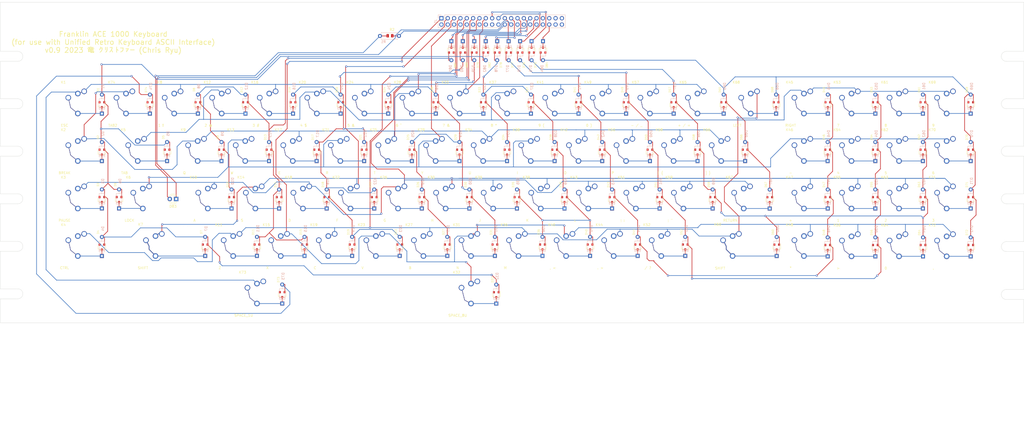
<source format=kicad_pcb>
(kicad_pcb (version 20221018) (generator pcbnew)
  (title_block (date "2023-04-08") (rev "1"))
  (layers (0 "F.Cu" signal) (31 "B.Cu" signal) (34 "B.Paste" user) (35 "F.Paste" user) (36 "B.SilkS" user "B.Silkscreen") (37 "F.SilkS" user "F.Silkscreen") (38 "B.Mask" user) (39 "F.Mask" user) (44 "Edge.Cuts" user))
  (net 0 "")
  (net 1 "Net-(D1-K)")
  (net 2 "Net-(D2-K)")
  (net 3 "Net-(D3-K)")
  (net 4 "Net-(D4-K)")
  (net 5 "Net-(D5-K)")
  (net 6 "Net-(D6-K)")
  (net 7 "Net-(D7-K)")
  (net 8 "Net-(D8-K)")
  (net 9 "Net-(D9-K)")
  (net 10 "Row9")
  (net 11 "Col7")
  (net 12 "Net-(D10-K)")
  (net 13 "Col6")
  (net 14 "Net-(D11-K)")
  (net 15 "Col5")
  (net 17 "Col4")
  (net 19 "Col3")
  (net 21 "Col2")
  (net 23 "Col1")
  (net 25 "Col0")
  (net 31 "Net-(J1-Pin_22)")
  (net 43 "Net-(D12-K)")
  (net 44 "Net-(D13-K)")
  (net 45 "Net-(D14-K)")
  (net 46 "Net-(D15-K)")
  (net 47 "Net-(D16-K)")
  (net 48 "Net-(D17-K)")
  (net 49 "Net-(D18-K)")
  (net 50 "Net-(D19-K)")
  (net 51 "Net-(D20-K)")
  (net 52 "Net-(D21-K)")
  (net 53 "Net-(D22-K)")
  (net 54 "Net-(D23-K)")
  (net 55 "Net-(D24-K)")
  (net 56 "Net-(D25-K)")
  (net 57 "Net-(D26-K)")
  (net 58 "Net-(D27-K)")
  (net 59 "Net-(D28-K)")
  (net 60 "Net-(D29-K)")
  (net 61 "Net-(D30-K)")
  (net 62 "Net-(D31-K)")
  (net 63 "Net-(D32-K)")
  (net 64 "Net-(D33-K)")
  (net 65 "Net-(D34-K)")
  (net 66 "Net-(D35-K)")
  (net 67 "Net-(D36-K)")
  (net 68 "Net-(D37-K)")
  (net 69 "Net-(D38-K)")
  (net 70 "Net-(D39-K)")
  (net 71 "Net-(D40-K)")
  (net 72 "Net-(D41-K)")
  (net 73 "Net-(D42-K)")
  (net 74 "Net-(D43-K)")
  (net 75 "Net-(D44-K)")
  (net 76 "Net-(D45-K)")
  (net 77 "Net-(D46-K)")
  (net 78 "Net-(D47-K)")
  (net 79 "Net-(D48-K)")
  (net 80 "Net-(D49-K)")
  (net 81 "Net-(D50-K)")
  (net 82 "Net-(D51-K)")
  (net 83 "Net-(D52-K)")
  (net 84 "Net-(D53-K)")
  (net 85 "Net-(D54-K)")
  (net 86 "Net-(D55-K)")
  (net 87 "Net-(D56-K)")
  (net 88 "Net-(D57-K)")
  (net 89 "Net-(D58-K)")
  (net 90 "Net-(D59-K)")
  (net 91 "Net-(D60-K)")
  (net 92 "Net-(D61-K)")
  (net 93 "Net-(D62-K)")
  (net 94 "Net-(D63-K)")
  (net 95 "Net-(D64-K)")
  (net 96 "Net-(D65-K)")
  (net 97 "Net-(D66-K)")
  (net 98 "Net-(D67-K)")
  (net 99 "Net-(D68-K)")
  (net 100 "Net-(D69-K)")
  (net 101 "Net-(D70-K)")
  (net 102 "Net-(D71-K)")
  (net 103 "Net-(D72-K)")
  (net 104 "Net-(D83-A)")
  (net 105 "Net-(D73-K)")
  (net 106 "Net-(D74-K)")
  (net 107 "Net-(D75-K)")
  (net 108 "Net-(D76-K)")
  (net 109 "Net-(D77-K)")
  (net 110 "Net-(D78-K)")
  (net 111 "Net-(D79-K)")
  (net 112 "Net-(D80-K)")
  (net 113 "Net-(D81-K)")
  (net 114 "Net-(D82-K)")
  (net 115 "Row0")
  (net 116 "Row1")
  (net 117 "Row2")
  (net 118 "Row3")
  (net 119 "Row4")
  (net 120 "Row5")
  (net 121 "Row6")
  (net 122 "Row7")
  (net 123 "Net-(D83-K)")
  (net 124 "Row10")
  (net 125 "Net-(D84-K)")
  (footprint "unikbd:diode-combined" (layer "F.Cu") (at 364.17826 164.4904 90)
    (fp_text reference "D57")
    (fp_text value "diode-combined" hide)
  )
  (footprint "unikbd:diode-combined" (layer "F.Cu") (at 235.378976 221.5388 90)
    (fp_text reference "D19")
    (fp_text value "diode-combined" hide)
  )
  (footprint "unikbd:diode-combined" (layer "F.Cu") (at 349.746704 221.5388 90)
    (fp_text reference "D44")
    (fp_text value "diode-combined" hide)
  )
  (footprint "unikbd:diode-combined" (layer "F.Cu") (at 263.2964 202.5396 90)
    (fp_text reference "D26")
    (fp_text value "diode-combined" hide)
  )
  (footprint "unikbd:diode-combined" (layer "F.Cu") (at 173.609 164.4904 90)
    (fp_text reference "D8")
    (fp_text value "diode-combined" hide)
  )
  (footprint "unikbd:diode-combined" (layer "F.Cu") (at 259.316492 183.515 90)
    (fp_text reference "D25")
    (fp_text value "diode-combined" hide)
  )
  (footprint "unikbd:Key_MX" (layer "F.Cu") (at 282.998036 221.250352)
    (fp_text reference "K31")
    (fp_text value "N")
  )
  (footprint "unikbd:diode-combined" (layer "F.Cu") (at 183.0578 183.515 90)
    (fp_text reference "D9")
    (fp_text value "diode-combined" hide)
  )
  (footprint "unikbd:Key_MX_2u" (layer "F.Cu") (at 156.633036 221.250352)
    (fp_text reference "K7")
    (fp_text value "SHIFT")
  )
  (footprint "unikbd:diode-combined" (layer "F.Cu") (at 293.116 240.665 90)
    (fp_text reference "D32")
    (fp_text value "diode-combined" hide)
  )
  (footprint "unikbd:Key_MX" (layer "F.Cu") (at 177.588036 202.200352)
    (fp_text reference "K10")
    (fp_text value "A")
  )
  (footprint "unikbd:Key_MX" (layer "F.Cu") (at 359.198036 221.250352)
    (fp_text reference "K52")
    (fp_text value "/ ?")
  )
  (footprint "unikbd:diode-combined" (layer "F.Cu") (at 135.1534 164.4904 90)
    (fp_text reference "D1")
    (fp_text value "diode-combined" hide)
  )
  (footprint "unikbd:diode-combined" (layer "F.Cu") (at 301.3964 202.5396 90)
    (fp_text reference "D35")
    (fp_text value "diode-combined" hide)
  )
  (footprint "unikbd:diode-combined" (layer "F.Cu") (at 384.2004 164.4904 90)
    (fp_text reference "D65")
    (fp_text value "diode-combined" hide)
  )
  (footprint "unikbd:diode-combined" (layer "F.Cu") (at 216.317688 221.5388 90)
    (fp_text reference "D15")
    (fp_text value "diode-combined" hide)
  )
  (footprint "unikbd:diode-combined" (layer "F.Cu") (at 425.9072 164.4904 90)
    (fp_text reference "D45")
    (fp_text value "diode-combined" hide)
  )
  (footprint "unikbd:Key_MX" (layer "F.Cu") (at 306.924836 183.150352)
    (fp_text reference "K38")
    (fp_text value "I")
  )
  (footprint "unikbd:Key_MX" (layer "F.Cu") (at 215.688036 202.200352)
    (fp_text reference "K18")
    (fp_text value "D")
  )
  (footprint "unikbd:Key_MX" (layer "F.Cu") (at 364.151036 183.150352)
    (fp_text reference "K58")
    (fp_text value "[ {")
  )
  (footprint "unikbd:Key_MX" (layer "F.Cu") (at 435.398036 164.100352)
    (fp_text reference "K53")
    (fp_text value "7")
  )
  (footprint "unikbd:Key_MX" (layer "F.Cu") (at 340.148036 221.250352)
    (fp_text reference "K44")
    (fp_text value ". >")
  )
  (footprint "unikbd:diode-combined" (layer "F.Cu") (at 425.831 183.515 90)
    (fp_text reference "D46")
    (fp_text value "diode-combined" hide)
  )
  (footprint "unikbd:Key_MX" (layer "F.Cu") (at 173.524036 183.150352)
    (fp_text reference "K9")
    (fp_text value "Q")
  )
  (footprint "unikbd:diode-combined" (layer "F.Cu") (at 463.9818 202.5396 90)
    (fp_text reference "D63")
    (fp_text value "diode-combined" hide)
  )
  (footprint "unikbd:diode-combined" (layer "F.Cu") (at 293.4843 142.5702 -90)
    (fp_text reference "D78")
    (fp_text value "1N4148" hide)
  )
  (footprint "unikbd:diode-combined" (layer "F.Cu") (at 483.1334 202.5396 90)
    (fp_text reference "D71")
    (fp_text value "diode-combined" hide)
  )
  (footprint "unikbd:Key_MX" (layer "F.Cu") (at 326.051036 183.150352)
    (fp_text reference "K42")
    (fp_text value "O")
  )
  (footprint "unikbd:Key_MX_Spacebar_5.25" (layer "F.Cu") (at 282.998036 240.300352)
    (fp_text reference "K32")
    (fp_text value "SPACE_8U")
  )
  (footprint "unikbd:diode-combined" (layer "F.Cu") (at 142.0368 202.5142 90)
    (fp_text reference "D6")
    (fp_text value "diode-combined" hide)
  )
  (footprint "unikbd:diode-combined" (layer "F.Cu") (at 278.373419 183.515 90)
    (fp_text reference "D29")
    (fp_text value "diode-combined" hide)
  )
  (footprint "unikbd:diode-combined" (layer "F.Cu") (at 288.896425 142.5702 -90)
    (fp_text reference "D82")
    (fp_text value "1N4148" hide)
  )
  (footprint "unikbd:diode-combined" (layer "F.Cu") (at 240.1926 183.515 90)
    (fp_text reference "D21")
    (fp_text value "diode-combined" hide)
  )
  (footprint "unikbd:Key_MX" (layer "F.Cu") (at 234.738036 202.200352)
    (fp_text reference "K22")
    (fp_text value "F")
  )
  (footprint "unikbd:Key_MX" (layer "F.Cu") (at 435.398036 202.200352)
    (fp_text reference "K55")
    (fp_text value "1")
  )
  (footprint "unikbd:diode-combined" (layer "F.Cu") (at 307.247925 142.5702 -90)
    (fp_text reference "D75")
    (fp_text value "1N4148" hide)
  )
  (footprint "unikbd:Key_MX" (layer "F.Cu") (at 454.448036 221.377352)
    (fp_text reference "K64")
    (fp_text value "0")
  )
  (footprint "unikbd:diode-combined" (layer "F.Cu") (at 230.779778 164.4904 90)
    (fp_text reference "D20")
    (fp_text value "diode-combined" hide)
  )
  (footprint "unikbd:Key_MX" (layer "F.Cu") (at 253.788036 202.200352)
    (fp_text reference "K26")
    (fp_text value "G")
  )
  (footprint "unikbd:Key_MX" (layer "F.Cu") (at 202.194389 164.100352)
    (fp_text reference "K16")
    (fp_text value "3 #")
  )
  (footprint "unikbd:Key_MX" (layer "F.Cu") (at 383.201036 183.150352)
    (fp_text reference "K66")
    (fp_text value "] }")
  )
  (footprint "unikbd:Key_MX" (layer "F.Cu") (at 416.348036 221.250352)
    (fp_text reference "K48")
    (fp_text value "*")
  )
  (footprint "unikbd:diode-combined" (layer "F.Cu") (at 326.064408 164.4904 90)
    (fp_text reference "D41")
    (fp_text value "diode-combined" hide)
  )
  (footprint "unikbd:diode-combined" (layer "F.Cu") (at 339.4964 202.5396 90)
    (fp_text reference "D43")
    (fp_text value "diode-combined" hide)
  )
  (footprint "unikbd:Key_MX" (layer "F.Cu") (at 435.398036 221.377352)
    (fp_text reference "K56")
    (fp_text value ">")
  )
  (footprint "unikbd:diode-combined" (layer "F.Cu") (at 161.2646 183.515 90)
    (fp_text reference "D5")
    (fp_text value "diode-combined" hide)
  )
  (footprint "unikbd:diode-combined" (layer "F.Cu") (at 358.5464 202.5396 90)
    (fp_text reference "D51")
    (fp_text value "diode-combined" hide)
  )
  (footprint "unikbd:Key_MX" (layer "F.Cu") (at 197.273036 240.300352)
    (fp_text reference "K73")
    (fp_text value "SPACE_1U")
  )
  (footprint "unikbd:diode-combined" (layer "F.Cu") (at 176.53 221.5548 90)
    (fp_text reference "D7")
    (fp_text value "diode-combined" hide)
  )
  (footprint "unikbd:diode-combined" (layer "F.Cu") (at 275.1328 142.5702 -90)
    (fp_text reference "D81")
    (fp_text value "1N4148" hide)
  )
  (footprint "unikbd:Key_MX" (layer "F.Cu") (at 206.798036 221.250352)
    (fp_text reference "K15")
    (fp_text value "X")
  )
  (footprint "unikbd:Key_MX" (layer "F.Cu") (at 278.422093 164.100352)
    (fp_text reference "K33")
    (fp_text value "7 &")
  )
  (footprint "unikbd:diode-combined" (layer "F.Cu") (at 135.1534 202.5142 90)
    (fp_text reference "D3")
    (fp_text value "diode-combined" hide)
  )
  (footprint "unikbd:diode-combined" (layer "F.Cu") (at 192.665926 164.4904 90)
    (fp_text reference "D12")
    (fp_text value "diode-combined" hide)
  )
  (footprint "unikbd:diode-combined" (layer "F.Cu") (at 292.56284 221.5388 90)
    (fp_text reference "D31")
    (fp_text value "diode-combined" hide)
  )
  (footprint "unikbd:diode-combined" (layer "F.Cu") (at 284.30855 142.5702 -90)
    (fp_text reference "D79")
    (fp_text value "1N4148" hide)
  )
  (footprint "unikbd:diode-combined" (layer "F.Cu") (at 279.720675 142.5702 -90)
    (fp_text reference "D80")
    (fp_text value "1N4148" hide)
  )
  (footprint "unikbd:diode-combined" (layer "F.Cu") (at 444.948733 164.4904 90)
    (fp_text reference "D53")
    (fp_text value "diode-combined" hide)
  )
  (footprint "unikbd:Key_MX" (layer "F.Cu") (at 230.674036 183.150352)
    (fp_text reference "K21")
    (fp_text value "R")
  )
  (footprint "unikbd:Key_MX" (layer "F.Cu") (at 416.348036 202.200352)
    (fp_text reference "K47")
    (fp_text value "+")
  )
  (footprint "unikbd:Key_MX" (layer "F.Cu") (at 259.365167 164.100352)
    (fp_text reference "K28")
    (fp_text value "6 ^")
  )
  (footprint "unikbd:diode-combined" (layer "F.Cu") (at 135.1534 183.515 90)
    (fp_text reference "D2")
    (fp_text value "diode-combined" hide)
  )
  (footprint "unikbd:diode-combined" (layer "F.Cu") (at 207.391 240.6396 90)
    (fp_text reference "D73")
    (fp_text value "diode-combined" hide)
  )
  (footprint "unikbd:diode-combined" (layer "F.Cu") (at 405.2062 164.4904 90)
    (fp_text reference "D68")
    (fp_text value "diode-combined" hide)
  )
  (footprint "unikbd:Key_MX" (layer "F.Cu") (at 373.706723 164.100352)
    (fp_text reference "K65")
    (fp_text value "+ / =")
  )
  (footprint "unikbd:diode-combined" (layer "F.Cu") (at 405.4348 221.5896 90)
    (fp_text reference "D60")
    (fp_text value "diode-combined" hide)
  )
  (footprint "unikbd:Key_MX" (layer "F.Cu") (at 125.518036 164.100352)
    (fp_text reference "K1")
    (fp_text value "ESC")
  )
  (footprint "unikbd:diode-combined" (layer "F.Cu") (at 254.440264 221.5388 90)
    (fp_text reference "D23")
    (fp_text value "diode-combined" hide)
  )
  (footprint "unikbd:diode-combined" (layer "F.Cu") (at 244.2464 202.5396 90)
    (fp_text reference "D22")
    (fp_text value "diode-combined" hide)
  )
  (footprint "unikbd:diode-combined" (layer "F.Cu") (at 187.0964 202.5396 90)
    (fp_text reference "D10")
    (fp_text value "diode-combined" hide)
  )
  (footprint "unikbd:Key_MX" (layer "F.Cu") (at 310.938036 202.200352)
    (fp_text reference "K39")
    (fp_text value "K")
  )
  (footprint "unikbd:Key_MX" (layer "F.Cu") (at 335.592871 164.100352)
    (fp_text reference "K49")
    (fp_text value "0 )")
  )
  (footprint "unikbd:diode-combined" (layer "F.Cu") (at 463.9818 183.515 90)
    (fp_text reference "D62")
    (fp_text value "diode-combined" hide)
  )
  (footprint "unikbd:Key_MX" (layer "F.Cu") (at 395.027379 164.100352)
    (fp_text reference "K68")
    (fp_text value "LEFT")
  )
  (footprint "unikbd:Key_MX" (layer "F.Cu") (at 349.038036 202.200352)
    (fp_text reference "K51")
    (fp_text value "; :")
  )
  (footprint "unikbd:diode-combined" (layer "F.Cu") (at 282.3464 202.5396 90)
    (fp_text reference "D30")
    (fp_text value "diode-combined" hide)
  )
  (footprint "unikbd:Key_MX" (layer "F.Cu") (at 183.137463 164.100352)
    (fp_text reference "K12")
    (fp_text value "2 @")
  )
  (footprint "unikbd:diode-combined" (layer "F.Cu") (at 373.72867 183.515 90)
    (fp_text reference "D58")
    (fp_text value "diode-combined" hide)
  )
  (footprint "unikbd:Key_MX" (layer "F.Cu") (at 151.553036 202.200352)
    (fp_text reference "K6")
    (fp_text value "LOCK")
  )
  (footprint "unikbd:Key_MX" (layer "F.Cu") (at 329.988036 202.200352)
    (fp_text reference "K43")
    (fp_text value "L")
  )
  (footprint "unikbd:diode-combined" (layer "F.Cu") (at 483.1334 164.4904 90)
    (fp_text reference "D69")
    (fp_text value "diode-combined" hide)
  )
  (footprint "unikbd:diode-combined" (layer "F.Cu") (at 483.1334 183.515 90)
    (fp_text reference "D70")
    (fp_text value "diode-combined" hide)
  )
  (footprint "unikbd:Key_MX" (layer "F.Cu") (at 249.724036 183.150352)
    (fp_text reference "K25")
    (fp_text value "T")
  )
  (footprint "unikbd:Key_MX" (layer "F.Cu") (at 473.498036 183.150352)
    (fp_text reference "K70")
    (fp_text value "6")
  )
  (footprint "unikbd:Key_MX" (layer "F.Cu") (at 302.048036 221.250352)
    (fp_text reference "K36")
    (fp_text value "M")
  )
  (footprint "unikbd:diode-combined" (layer "F.Cu") (at 135.1534 221.5896 90)
    (fp_text reference "D4")
    (fp_text value "diode-combined" hide)
  )
  (footprint "unikbd:diode-combined" (layer "F.Cu") (at 425.8818 202.5396 90)
    (fp_text reference "D47")
    (fp_text value "diode-combined" hide)
  )
  (footprint "unikbd:Key_MX" (layer "F.Cu") (at 187.748036 221.250352)
    (fp_text reference "K11")
    (fp_text value "Z")
  )
  (footprint "unikbd:Key_MX" (layer "F.Cu") (at 454.448036 183.150352)
    (fp_text reference "K62")
    (fp_text value "5")
  )
  (footprint "unikbd:Key_MX" (layer "F.Cu") (at 268.824836 183.150352)
    (fp_text reference "K29")
    (fp_text value "Y")
  )
  (footprint "unikbd:diode-combined" (layer "F.Cu") (at 345.121334 164.4904 90)
    (fp_text reference "D49")
    (fp_text value "diode-combined" hide)
  )
  (footprint "unikbd:diode-combined" (layer "F.Cu") (at 425.8564 221.742 90)
    (fp_text reference "D48")
    (fp_text value "diode-combined" hide)
  )
  (footprint "Resistor_SMD:R_0805_2012Metric" (layer "F.Cu") (at 250.5456 136.8298)
    (fp_text reference "R2")
    (fp_text value "RES 330 ohm 1% MLCC 0805 Yageo" hide)
  )
  (footprint "unikbd:diode-combined" (layer "F.Cu") (at 335.5442 183.515 90)
    (fp_text reference "D42")
    (fp_text value "diode-combined" hide)
  )
  (footprint "unikbd:diode-combined" (layer "F.Cu") (at 287.950556 164.4904 90)
    (fp_text reference "D33")
    (fp_text value "diode-combined" hide)
  )
  (footprint "unikbd:Key_MX" (layer "F.Cu") (at 125.518036 202.200352)
    (fp_text reference "K3")
    (fp_text value "PAUSE")
  )
  (footprint "unikbd:diode-combined" (layer "F.Cu") (at 311.624128 221.5388 90)
    (fp_text reference "D36")
    (fp_text value "diode-combined" hide)
  )
  (footprint "unikbd:diode-combined" (layer "F.Cu") (at 402.6408 202.565 90)
    (fp_text reference "D67")
    (fp_text value "diode-combined" hide)
  )
  (footprint "unikbd:Key_MX" (layer "F.Cu") (at 240.308241 164.100352)
    (fp_text reference "K24")
    (fp_text value "5 &")
  )
  (footprint "unikbd:Key_MX" (layer "F.Cu") (at 164.126036 164.100352)
    (fp_text reference "K8")
    (fp_text value "1 !")
  )
  (footprint "unikbd:Key_MX" (layer "F.Cu") (at 345.101036 183.150352)
    (fp_text reference "K50")
    (fp_text value "P")
  )
  (footprint "unikbd:Key_MX" (layer "F.Cu") (at 473.498036 202.200352)
    (fp_text reference "K71")
    (fp_text value "3")
  )
  (footprint "unikbd:Key_MX" (layer "F.Cu") (at 416.348036 164.100352)
    (fp_text reference "K45")
    (fp_text value "RIGHT")
  )
  (footprint "unikbd:diode-combined" (layer "F.Cu") (at 463.990266 164.4904 90)
    (fp_text reference "D61")
    (fp_text value "diode-combined" hide)
  )
  (footprint "unikbd:diode-combined" (layer "F.Cu") (at 483.1334 221.742 90)
    (fp_text reference "D72")
    (fp_text value "diode-combined" hide)
  )
  (footprint "unikbd:Key_MX" (layer "F.Cu") (at 354.649797 164.100352)
    (fp_text reference "K57")
    (fp_text value "- / _")
  )
  (footprint "unikbd:Key_MX" (layer "F.Cu") (at 225.848036 221.250352)
    (fp_text reference "K19")
    (fp_text value "C")
  )
  (footprint "unikbd:diode-combined" (layer "F.Cu") (at 302.66005 142.5702 -90)
    (fp_text reference "D76")
    (fp_text value "1N4148" hide)
  )
  (footprint "unikbd:diode-combined" (layer "F.Cu") (at 225.1964 202.5396 90)
    (fp_text reference "D18")
    (fp_text value "diode-combined" hide)
  )
  (footprint "unikbd:diode-combined" (layer "F.Cu") (at 311.8358 142.5702 -90)
    (fp_text reference "D84")
    (fp_text value "1N4148" hide)
  )
  (footprint "unikbd:Key_MX" (layer "F.Cu") (at 244.898036 221.250352)
    (fp_text reference "K23")
    (fp_text value "V")
  )
  (footprint "unikbd:Key_MX" (layer "F.Cu") (at 125.518036 183.150352)
    (fp_text reference "K2")
    (fp_text value "BREAK")
  )
  (footprint "unikbd:diode-combined" (layer "F.Cu") (at 354.671743 183.515 90)
    (fp_text reference "D50")
    (fp_text value "diode-combined" hide)
  )
  (footprint "unikbd:diode-combined" (layer "F.Cu") (at 392.7856 183.515 90)
    (fp_text reference "D66")
    (fp_text value "diode-combined" hide)
  )
  (footprint "unikbd:diode-combined" (layer "F.Cu") (at 211.722852 164.4904 90)
    (fp_text reference "D16")
    (fp_text value "diode-combined" hide)
  )
  (footprint "unikbd:Key_MX" (layer "F.Cu") (at 473.498036 164.100352)
    (fp_text reference "K69")
    (fp_text value "9")
  )
  (footprint "unikbd:diode-combined" (layer "F.Cu") (at 307.007482 164.4904 90)
    (fp_text reference "D37")
    (fp_text value "diode-combined" hide)
  )
  (footprint "unikbd:diode-combined" (layer "F.Cu") (at 197.2564 221.5388 90)
    (fp_text reference "D11")
    (fp_text value "diode-combined" hide)
  )
  (footprint "unikbd:diode-combined" (layer "F.Cu") (at 330.685416 221.5388 90)
    (fp_text reference "D40")
    (fp_text value "diode-combined" hide)
  )
  (footprint "unikbd:Key_MX" (layer "F.Cu") (at 454.448036 164.100352)
    (fp_text reference "K61")
    (fp_text value "8")
  )
  (footprint "unikbd:diode-combined" (layer "F.Cu") (at 368.808 221.5388 90)
    (fp_text reference "D52")
    (fp_text value "diode-combined" hide)
  )
  (footprint "unikbd:diode-combined" (layer "F.Cu") (at 444.9318 183.515 90)
    (fp_text reference "D54")
    (fp_text value "diode-combined" hide)
  )
  (footprint "unikbd:Key_MX_2u" (layer "F.Cu") (at 387.773036 221.250352)
    (fp_text reference "K60")
    (fp_text value "SHIFT")
  )
  (footprint "unikbd:diode-combined" (layer "F.Cu") (at 464.041066 221.742 90)
    (fp_text reference "D64")
    (fp_text value "diode-combined" hide)
  )
  (footprint "unikbd:diode-combined" (layer "F.Cu") (at 206.1464 202.5396 90)
    (fp_text reference "D14")
    (fp_text value "diode-combined" hide)
  )
  (footprint "unikbd:Key_MX" (layer "F.Cu") (at 144.822036 164.100352)
    (fp_text reference "K74")
    (fp_text value "TAB2")
  )
  (footprint "unikbd:diode-combined" (layer "F.Cu") (at 202.0926 183.515 90)
    (fp_text reference "D13")
    (fp_text value "diode-combined" hide)
  )
  (footprint "unikbd:Key_MX" (layer "F.Cu") (at 435.398036 183.150352)
    (fp_text reference "K54")
    (fp_text value "4")
  )
  (footprint "unikbd:Key_MX" (layer "F.Cu") (at 211.624036 183.150352)
    (fp_text reference "K17")
    (fp_text value "E")
  )
  (footprint "unikbd:Key_MX" (layer "F.Cu") (at 316.535945 164.100352)
    (fp_text reference "K41")
    (fp_text value "9 (")
  )
  (footprint "unikbd:Key_MX" (layer "F.Cu") (at 192.574036 183.150352)
    (fp_text reference "K13")
    (fp_text value "W")
  )
  (footprint "unikbd:diode-combined" (layer "F.Cu") (at 379.7808 202.5396 90)
    (fp_text reference "D59")
    (fp_text value "diode-combined" hide)
  )
  (footprint "unikbd:Key_MX" (layer "F.Cu") (at 287.874836 183.150352)
    (fp_text reference "K34")
    (fp_text value "U")
  )
  (footprint "unikbd:Key_MX" (layer "F.Cu") (at 291.888036 202.200352)
    (fp_text reference "K35")
    (fp_text value "J")
  )
  (footprint "unikbd:diode-combined" (layer "F.Cu") (at 249.836704 164.4904 90)
    (fp_text reference "D24")
    (fp_text value "diode-combined" hide)
  )
  (footprint "unikbd:Key_MX" (layer "F.Cu") (at 368.088036 202.200352)
    (fp_text reference "K59")
    (fp_text value "; \"")
  )
  (footprint "unikbd:diode-combined" (layer "F.Cu") (at 320.4464 202.5396 90)
    (fp_text reference "D39")
    (fp_text value "diode-combined" hide)
  )
  (footprint "unikbd:Key_MX" (layer "F.Cu") (at 321.098036 221.250352)
    (fp_text reference "K40")
    (fp_text value ", <")
  )
  (footprint "unikbd:Key_MX" (layer "F.Cu") (at 272.838036 202.200352)
    (fp_text reference "K30")
    (fp_text value "H")
  )
  (footprint "LED_THT:LED_D3.0mm" (layer "F.Cu") (at 164.9018 202.2856 180)
    (fp_text reference "D83")
    (fp_text value "LED")
  )
  (footprint "unikbd:diode-combined" (layer "F.Cu") (at 444.948733 221.742 90)
    (fp_text reference "D56")
    (fp_text value "diode-combined" hide)
  )
  (footprint "unikbd:diode-combined" (layer "F.Cu") (at 154.3812 164.4904 90)
    (fp_text reference "D74")
    (fp_text value "diode-combined" hide)
  )
  (footprint "unikbd:diode-combined" (layer "F.Cu") (at 444.9318 202.5396 90)
    (fp_text reference "D55")
    (fp_text value "diode-combined" hide)
  )
  (footprint "unikbd:Key_MX" (layer "F.Cu") (at 392.218036 202.200352)
    (fp_text reference "K67")
    (fp_text value "RETURN")
  )
  (footprint "unikbd:diode-combined" (layer "F.Cu") (at 316.487273 183.515 90)
    (fp_text reference "D38")
    (fp_text value "diode-combined" hide)
  )
  (footprint "unikbd:diode-combined" (layer "F.Cu") (at 268.89363 164.4904 90)
    (fp_text reference "D28")
    (fp_text value "diode-combined" hide)
  )
  (footprint "unikbd:diode-combined" (layer "F.Cu") (at 298.072175 142.5702 -90)
    (fp_text reference "D77")
    (fp_text value "1N4148" hide)
  )
  (footprint "unikbd:Key_MX" (layer "F.Cu") (at 263.948036 221.250352)
    (fp_text reference "K27")
    (fp_text value "B")
  )
  (footprint "unikbd:diode-combined" (layer "F.Cu") (at 221.168 183.515 90)
    (fp_text reference "D17")
    (fp_text value "diode-combined" hide)
  )
  (footprint "unikbd:Key_MX" (layer "F.Cu") (at 473.498036 221.377352)
    (fp_text reference "K72")
    (fp_text value ".")
  )
  (footprint "unikbd:Key_MX" (layer "F.Cu") (at 416.348036 183.150352)
    (fp_text reference "K46")
    (fp_text value "-")
  )
  (footprint "unikbd:Key_MX" (layer "F.Cu") (at 196.638036 202.200352)
    (fp_text reference "K14")
    (fp_text value "S")
  )
  (footprint "unikbd:diode-combined" (layer "F.Cu") (at 297.430346 183.515 90)
    (fp_text reference "D34")
    (fp_text value "diode-combined" hide)
  )
  (footprint "unikbd:Key_MX" (layer "F.Cu") (at 125.518036 221.250352)
    (fp_text reference "K4")
    (fp_text value "CTRL")
  )
  (footprint "unikbd:Key_MX" (layer "F.Cu") (at 221.251315 164.100352)
    (fp_text reference "K20")
    (fp_text value "4 $")
  )
  (footprint "unikbd:Key_MX" (layer "F.Cu") (at 297.479019 164.100352)
    (fp_text reference "K37")
    (fp_text value "8 *")
  )
  (footprint "unikbd:Key_MX" (layer "F.Cu") (at 454.448036 202.200352)
    (fp_text reference "K63")
    (fp_text value "2")
  )
  (footprint "unikbd:Key_MX" (layer "F.Cu") (at 149.521036 183.150352)
    (fp_text reference "K5")
    (fp_text value "TAB")
  )
  (footprint "unikbd:diode-combined" (layer "F.Cu") (at 273.501552 221.5388 90)
    (fp_text reference "D27")
    (fp_text value "diode-combined" hide)
  )
  (footprint "Connector_PinHeader_2.54mm:PinHeader_2x20_P2.54mm_Vertical" (layer "B.Cu") (at 271.146036 129.799352 -90)
    (fp_text reference "J1")
    (fp_text value "Conn_02x20_Odd_Even")
  )
  (footprint "Resistor_THT:R_Axial_DIN0207_L6.3mm_D2.5mm_P7.62mm_Horizontal" (layer "B.Cu") (at 246.5324 136.906)
    (fp_text reference "R1")
    (fp_text value "330 ohms")
  )
  (gr_line (start 504.4 166.100352) (end 497.4 166.100352) (stroke (width 0.1)) (layer "Edge.Cuts"))
  (gr_line (start 504.4 204.200352) (end 504.4 219.377352) (stroke (width 0.1)) (layer "Edge.Cuts"))
  (gr_arc (start 101.5 181.150352) (mid 103.5 183.150352) (end 101.5 185.150352) (stroke (width 0.1)) (layer "Edge.Cuts"))
  (gr_line (start 101.5 204.2) (end 94.5 204.2) (stroke (width 0.1)) (layer "Edge.Cuts"))
  (gr_line (start 101.5 238.3) (end 94.4 238.3) (stroke (width 0.1)) (layer "Edge.Cuts"))
  (gr_line (start 94.5 181.150352) (end 101.5 181.150352) (stroke (width 0.1)) (layer "Edge.Cuts"))
  (gr_line (start 497.4 181.150352) (end 504.4 181.150352) (stroke (width 0.1)) (layer "Edge.Cuts"))
  (gr_line (start 504.4 238.577) (end 504.4 223.377352) (stroke (width 0.1)) (layer "Edge.Cuts"))
  (gr_arc (start 497.4 147.1) (mid 495.4 145.1) (end 497.4 143.1) (stroke (width 0.1)) (layer "Edge.Cuts"))
  (gr_line (start 101.5 166.100352) (end 94.5 166.100352) (stroke (width 0.1)) (layer "Edge.Cuts"))
  (gr_arc (start 101.5 162.100352) (mid 103.5 164.100352) (end 101.5 166.100352) (stroke (width 0.1)) (layer "Edge.Cuts"))
  (gr_line (start 94.5 200.2) (end 94.5 185.150352) (stroke (width 0.1)) (layer "Edge.Cuts"))
  (gr_line (start 497.4 162.100352) (end 504.4 162.100352) (stroke (width 0.1)) (layer "Edge.Cuts"))
  (gr_line (start 101.5 147.1) (end 94.5 147.1) (stroke (width 0.1)) (layer "Edge.Cuts"))
  (gr_line (start 504.4 123.4) (end 504.4 143.1) (stroke (width 0.1)) (layer "Edge.Cuts"))
  (gr_line (start 504.4 147.1) (end 504.4 162.100352) (stroke (width 0.1)) (layer "Edge.Cuts"))
  (gr_line (start 94.5 251.9) (end 504.4 251.9) (stroke (width 0.1)) (layer "Edge.Cuts"))
  (gr_line (start 497.4 219.377352) (end 504.4 219.377352) (stroke (width 0.1)) (layer "Edge.Cuts"))
  (gr_arc (start 497.4 204.200352) (mid 495.4 202.200352) (end 497.4 200.200352) (stroke (width 0.1)) (layer "Edge.Cuts"))
  (gr_line (start 94.5 143.1) (end 94.5 123.4) (stroke (width 0.1)) (layer "Edge.Cuts"))
  (gr_line (start 497.4 200.200352) (end 504.4 200.200352) (stroke (width 0.1)) (layer "Edge.Cuts"))
  (gr_arc (start 497.4 223.377352) (mid 495.4 221.377352) (end 497.4 219.377352) (stroke (width 0.1)) (layer "Edge.Cuts"))
  (gr_line (start 94.5 162.100352) (end 101.5 162.100352) (stroke (width 0.1)) (layer "Edge.Cuts"))
  (gr_line (start 504.4 123.4) (end 94.5 123.4) (stroke (width 0.1)) (layer "Edge.Cuts"))
  (gr_line (start 94.5 200.2) (end 101.5 200.2) (stroke (width 0.1)) (layer "Edge.Cuts"))
  (gr_arc (start 101.5 219.250352) (mid 103.5 221.250352) (end 101.5 223.250352) (stroke (width 0.1)) (layer "Edge.Cuts"))
  (gr_arc (start 101.5 143.1) (mid 103.5 145.1) (end 101.5 147.1) (stroke (width 0.1)) (layer "Edge.Cuts"))
  (gr_arc (start 497.4 242.577) (mid 495.4 240.577) (end 497.4 238.577) (stroke (width 0.1)) (layer "Edge.Cuts"))
  (gr_line (start 504.4 166.100352) (end 504.4 181.150352) (stroke (width 0.1)) (layer "Edge.Cuts"))
  (gr_line (start 94.4 238.3) (end 94.4 223.250352) (stroke (width 0.1)) (layer "Edge.Cuts"))
  (gr_line (start 94.5 219.250352) (end 101.5 219.250352) (stroke (width 0.1)) (layer "Edge.Cuts"))
  (gr_line (start 497.4 143.1) (end 504.4 143.1) (stroke (width 0.1)) (layer "Edge.Cuts"))
  (gr_line (start 94.5 143.1) (end 101.5 143.1) (stroke (width 0.1)) (layer "Edge.Cuts"))
  (gr_line (start 497.4 238.577) (end 504.4 238.577) (stroke (width 0.1)) (layer "Edge.Cuts"))
  (gr_line (start 94.5 242.3) (end 101.5 242.3) (stroke (width 0.1)) (layer "Edge.Cuts"))
  (gr_line (start 504.4 242.577) (end 504.4 251.9) (stroke (width 0.1)) (layer "Edge.Cuts"))
  (gr_line (start 94.5 162.100352) (end 94.5 147.1) (stroke (width 0.1)) (layer "Edge.Cuts"))
  (gr_line (start 101.5 185.150352) (end 94.5 185.150352) (stroke (width 0.1)) (layer "Edge.Cuts"))
  (gr_arc (start 497.4 166.100352) (mid 495.4 164.100352) (end 497.4 162.100352) (stroke (width 0.1)) (layer "Edge.Cuts"))
  (gr_arc (start 101.5 238.3) (mid 103.5 240.3) (end 101.5 242.3) (stroke (width 0.1)) (layer "Edge.Cuts"))
  (gr_line (start 94.5 181.150352) (end 94.5 166.100352) (stroke (width 0.1)) (layer "Edge.Cuts"))
  (gr_line (start 101.5 223.250352) (end 94.4 223.250352) (stroke (width 0.1)) (layer "Edge.Cuts"))
  (gr_arc (start 101.5 200.2) (mid 103.5 202.2) (end 101.5 204.2) (stroke (width 0.1)) (layer "Edge.Cuts"))
  (gr_arc (start 497.4 185.150352) (mid 495.4 183.150352) (end 497.4 181.150352) (stroke (width 0.1)) (layer "Edge.Cuts"))
  (gr_line (start 504.4 204.200352) (end 497.4 204.200352) (stroke (width 0.1)) (layer "Edge.Cuts"))
  (gr_line (start 94.5 219.250352) (end 94.5 204.2) (stroke (width 0.1)) (layer "Edge.Cuts"))
  (gr_line (start 504.4 223.377352) (end 497.4 223.377352) (stroke (width 0.1)) (layer "Edge.Cuts"))
  (gr_line (start 504.4 185.150352) (end 504.4 200.200352) (stroke (width 0.1)) (layer "Edge.Cuts"))
  (gr_line (start 94.5 242.3) (end 94.5 251.9) (stroke (width 0.1)) (layer "Edge.Cuts"))
  (gr_line (start 504.4 242.577) (end 497.4 242.577) (stroke (width 0.1)) (layer "Edge.Cuts"))
  (gr_line (start 504.4 185.150352) (end 497.4 185.150352) (stroke (width 0.1)) (layer "Edge.Cuts"))
  (gr_line (start 504.4 147.1) (end 497.4 147.1) (stroke (width 0.1)) (layer "Edge.Cuts"))
  (gr_text "Franklin ACE 1000 Keyboard\n(for use with Unified Retro Keyboard ASCII Interface)\nv0.9 2023 竜 クリストファー (Chris Ryu)" (at 139.7 139.4) (layer "F.SilkS") (effects (font (size 2 2) (thickness 0.3))))
  (segment (start 125.518036 167.999252) (end 135.030052 167.999252) (width 0.254) (layer "B.Cu") (net 1))
  (segment (start 134.8232 187.071) (end 125.539784 187.071) (width 0.254) (layer "B.Cu") (net 2))
  (segment (start 125.518036 206.099252) (end 135.124348 206.099252) (width 0.25) (layer "B.Cu") (net 3))
  (segment (start 125.518036 225.149252) (end 135.149748 225.149252) (width 0.25) (layer "B.Cu") (net 4))
  (segment (start 149.616286 187.049252) (end 161.242852 187.049252) (width 0.254) (layer "B.Cu") (net 5))
  (segment (start 142.0368 206.0702) (end 151.523984 206.0702) (width 0.25) (layer "B.Cu") (net 6))
  (segment (start 156.633036 225.149252) (end 176.491548 225.149252) (width 0.25) (layer "B.Cu") (net 7))
  (segment (start 164.126036 167.999252) (end 173.536452 167.999252) (width 0.254) (layer "B.Cu") (net 8))
  (segment (start 173.524036 187.049252) (end 183.137652 187.049252) (width 0.254) (layer "B.Cu") (net 9))
  (segment (start 402.6408 191.4202) (end 393.7356 182.515) (width 0.25) (layer "F.Cu") (net 10))
  (segment (start 483.0318 160.4264) (end 481.8888 160.4264) (width 0.254) (layer "F.Cu") (net 10))
  (segment (start 483.1334 198.4756) (end 484.9368 196.6722) (width 0.25) (layer "F.Cu") (net 10))
  (segment (start 480.695 174.7774) (end 483.0318 177.1142) (width 0.254) (layer "F.Cu") (net 10))
  (segment (start 485.2924 208.7118) (end 485.2924 202.7486) (width 0.25) (layer "F.Cu") (net 10))
  (segment (start 483.1334 217.678) (end 483.1334 210.8708) (width 0.25) (layer "F.Cu") (net 10))
  (segment (start 392.7856 171.1256) (end 392.7856 179.451) (width 0.254) (layer "F.Cu") (net 10))
  (segment (start 484.9368 183.3684) (end 484.0834 182.515) (width 0.25) (layer "F.Cu") (net 10))
  (segment (start 402.6408 198.501) (end 402.6408 191.4202) (width 0.25) (layer "F.Cu") (net 10))
  (segment (start 480.695 161.6202) (end 480.695 174.7774) (width 0.254) (layer "F.Cu") (net 10))
  (segment (start 483.0318 177.1142) (end 483.0318 179.451) (width 0.254) (layer "F.Cu") (net 10))
  (segment (start 485.2924 202.7486) (end 484.0834 201.5396) (width 0.25) (layer "F.Cu") (net 10))
  (segment (start 385.1504 163.4904) (end 392.7856 171.1256) (width 0.254) (layer "F.Cu") (net 10))
  (segment (start 483.1334 210.8708) (end 485.2924 208.7118) (width 0.25) (layer "F.Cu") (net 10))
  (segment (start 484.9368 196.6722) (end 484.9368 183.3684) (width 0.25) (layer "F.Cu") (net 10))
  (segment (start 481.8888 160.4264) (end 480.695 161.6202) (width 0.254) (layer "F.Cu") (net 10))
  (segment (start 311.8358 146.6342) (end 372.9482 146.6342) (width 0.25) (layer "B.Cu") (net 10))
  (segment (start 405.1554 153.3144) (end 405.2062 153.3652) (width 0.25) (layer "B.Cu") (net 10))
  (segment (start 384.2004 160.4264) (end 384.2004 157.8864) (width 0.25) (layer "B.Cu") (net 10))
  (segment (start 405.1554 153.3144) (end 476.0214 153.3144) (width 0.25) (layer "B.Cu") (net 10))
  (segment (start 476.0214 153.3144) (end 483.1334 160.4264) (width 0.25) (layer "B.Cu") (net 10))
  (segment (start 405.2062 153.3652) (end 405.2062 160.4264) (width 0.25) (layer "B.Cu") (net 10))
  (segment (start 384.2004 157.8864) (end 388.7724 153.3144) (width 0.25) (layer "B.Cu") (net 10))
  (segment (start 388.7724 153.3144) (end 405.1554 153.3144) (width 0.25) (layer "B.Cu") (net 10))
  (segment (start 372.9482 146.6342) (end 384.2004 157.8864) (width 0.25) (layer "B.Cu") (net 10))
  (segment (start 285.538036 216.271952) (end 283.874336 216.271952) (width 0.25) (layer "F.Cu") (net 11))
  (segment (start 209.0674 196.6214) (end 209.0674 216.001316) (width 0.25) (layer "F.Cu") (net 11))
  (segment (start 209.3722 174.0662) (end 204.8764 178.562) (width 0.25) (layer "F.Cu") (net 11))
  (segment (start 271.146036 129.799352) (end 255.3462 145.599188) (width 0.25) (layer "F.Cu") (net 11))
  (segment (start 320.3702 212.9536) (end 320.3702 216.420416) (width 0.25) (layer "F.Cu") (net 11))
  (segment (start 320.3702 216.420416) (end 321.098036 217.148252) (width 0.25) (layer "F.Cu") (net 11))
  (segment (start 255.3462 145.599188) (end 255.3462 147.1168) (width 0.25) (layer "F.Cu") (net 11))
  (segment (start 204.8764 192.4304) (end 209.0674 196.6214) (width 0.25) (layer "F.Cu") (net 11))
  (segment (start 282.998036 229.531036) (end 282.998036 236.198252) (width 0.25) (layer "F.Cu") (net 11))
  (segment (start 285.538036 216.271952) (end 285.538036 212.868636) (width 0.25) (layer "F.Cu") (net 11))
  (segment (start 204.8764 178.562) (end 204.8764 192.4304) (width 0.25) (layer "F.Cu") (net 11))
  (segment (start 281.0764 227.6094) (end 282.998036 229.531036) (width 0.25) (layer "F.Cu") (net 11))
  (segment (start 283.874336 216.271952) (end 282.998036 217.148252) (width 0.25) (layer "F.Cu") (net 11))
  (segment (start 285.538036 212.868636) (end 285.3944 212.725) (width 0.25) (layer "F.Cu") (net 11))
  (segment (start 209.3722 148.1074) (end 209.3722 174.0662) (width 0.25) (layer "F.Cu") (net 11))
  (via (at 320.3702 212.9536) (size 0.8) (drill 0.4) (layers "F.Cu" "B.Cu") (net 11))
  (via (at 285.3944 212.725) (size 0.8) (drill 0.4) (layers "F.Cu" "B.Cu") (net 11))
  (via (at 209.3722 148.1074) (size 0.8) (drill 0.4) (layers "F.Cu" "B.Cu") (net 11))
  (via (at 255.3462 147.1168) (size 0.8) (drill 0.4) (layers "F.Cu" "B.Cu") (net 11))
  (via (at 281.0764 227.6094) (size 0.8) (drill 0.4) (layers "F.Cu" "B.Cu") (net 11))
  (segment (start 456.8952 212.467952) (end 472.107036 212.467952) (width 0.25) (layer "B.Cu") (net 11))
  (segment (start 438.0484 212.467952) (end 456.8952 212.467952) (width 0.25) (layer "B.Cu") (net 11))
  (segment (start 255.3462 147.1168) (end 210.3628 147.1168) (width 0.25) (layer "B.Cu") (net 11))
  (segment (start 211.217352 216.271952) (end 209.338036 216.271952) (width 0.25) (layer "B.Cu") (net 11))
  (segment (start 257.302 223.1898) (end 257.302 227.5078) (width 0.25) (layer "B.Cu") (net 11))
  (segment (start 438.0484 212.467952) (end 437.938036 212.578316) (width 0.25) (layer "B.Cu") (net 11))
  (segment (start 247.438036 216.271952) (end 250.384152 216.271952) (width 0.25) (layer "B.Cu") (net 11))
  (segment (start 320.1416 212.725) (end 320.3702 212.9536) (width 0.25) (layer "B.Cu") (net 11))
  (segment (start 236.855 228.1936) (end 223.139 228.1936) (width 0.25) (layer "B.Cu") (net 11))
  (segment (start 472.107036 212.467952) (end 476.038036 216.398952) (width 0.25) (layer "B.Cu") (net 11))
  (segment (start 437.938036 212.578316) (end 437.938036 216.398952) (width 0.25) (layer "B.Cu") (net 11))
  (segment (start 418.7698 212.467952) (end 418.888036 212.586188) (width 0.25) (layer "B.Cu") (net 11))
  (segment (start 323.638036 216.271952) (end 326.118188 213.7918) (width 0.25) (layer "B.Cu") (net 11))
  (segment (start 223.139 228.1936) (end 211.217352 216.271952) (width 0.25) (layer "B.Cu") (net 11))
  (segment (start 280.9748 227.5078) (end 281.0764 227.6094) (width 0.25) (layer "B.Cu") (net 11))
  (segment (start 238.0996 226.949) (end 236.855 228.1936) (width 0.25) (layer "B.Cu") (net 11))
  (segment (start 456.988036 216.398952) (end 456.988036 212.560788) (width 0.25) (layer "B.Cu") (net 11))
  (segment (start 456.988036 212.560788) (end 456.8952 212.467952) (width 0.25) (layer "B.Cu") (net 11))
  (segment (start 373.936036 213.7918) (end 373.936036 213.58036) (width 0.25) (layer "B.Cu") (net 11))
  (segment (start 250.384152 216.271952) (end 257.302 223.1898) (width 0.25) (layer "B.Cu") (net 11))
  (segment (start 418.888036 212.586188) (end 418.888036 216.271952) (width 0.25) (layer "B.Cu") (net 11))
  (segment (start 375.048444 212.467952) (end 418.7698 212.467952) (width 0.25) (layer "B.Cu") (net 11))
  (segment (start 238.0996 218.1606) (end 238.0996 226.949) (width 0.25) (layer "B.Cu") (net 11))
  (segment (start 276.2504 227.5078) (end 280.9748 227.5078) (width 0.25) (layer "B.Cu") (net 11))
  (segment (start 277.618348 217.148252) (end 276.4028 218.3638) (width 0.25) (layer "B.Cu") (net 11))
  (segment (start 326.118188 213.7918) (end 373.936036 213.7918) (width 0.25) (layer "B.Cu") (net 11))
  (segment (start 257.302 227.5078) (end 276.2504 227.5078) (width 0.254) (layer "B.Cu") (net 11))
  (segment (start 282.998036 217.148252) (end 277.618348 217.148252) (width 0.25) (layer "B.Cu") (net 11))
  (segment (start 373.936036 213.58036) (end 375.048444 212.467952) (width 0.25) (layer "B.Cu") (net 11))
  (segment (start 276.4028 218.3638) (end 276.4028 227.3554) (width 0.25) (layer "B.Cu") (net 11))
  (segment (start 239.111948 217.148252) (end 238.0996 218.1606) (width 0.25) (layer "B.Cu") (net 11))
  (segment (start 276.4028 227.3554) (end 276.2504 227.5078) (width 0.25) (layer "B.Cu") (net 11))
  (segment (start 244.898036 217.148252) (end 239.111948 217.148252) (width 0.25) (layer "B.Cu") (net 11))
  (segment (start 418.7698 212.467952) (end 438.0484 212.467952) (width 0.25) (layer "B.Cu") (net 11))
  (segment (start 285.3944 212.725) (end 320.1416 212.725) (width 0.25) (layer "B.Cu") (net 11))
  (segment (start 210.3628 147.1168) (end 209.3722 148.1074) (width 0.25) (layer "B.Cu") (net 11))
  (segment (start 177.588036 206.099252) (end 187.092748 206.099252) (width 0.25) (layer "B.Cu") (net 12))
  (segment (start 275.2852 193.9411) (end 275.378036 194.033936) (width 0.25) (layer "F.Cu") (net 13))
  (segment (start 272.3896 133.0452) (end 256.2606 149.1742) (width 0.25) (layer "F.Cu") (net 13))
  (segment (start 275.378036 194.033936) (end 275.378036 197.221952) (width 0.25) (layer "F.Cu") (net 13))
  (segment (start 233.0196 149.1742) (end 232.791 149.4028) (width 0.25) (layer "F.Cu") (net 13))
  (segment (start 159.1818 216.281) (end 159.1818 212.6488) (width 0.25) (layer "F.Cu") (net 13))
  (segment (start 159.1818 212.6488) (end 159.3342 212.4964) (width 0.25) (layer "F.Cu") (net 13))
  (segment (start 256.2606 149.1742) (end 255.9558 149.1742) (width 0.25) (layer "F.Cu") (net 13))
  (segment (start 273.686036 129.799352) (end 272.3896 131.095788) (width 0.25) (layer "F.Cu") (net 13))
  (segment (start 232.791 173.9646) (end 237.871 179.0446) (width 0.25) (layer "F.Cu") (net 13))
  (segment (start 189.3062 199.7456) (end 191.5414 197.5104) (width 0.25) (layer "F.Cu") (net 13))
  (segment (start 237.871 179.0446) (end 237.871 196.628988) (width 0.25) (layer "F.Cu") (net 13))
  (segment (start 232.791 149.4028) (end 232.791 173.9646) (width 0.25) (layer "F.Cu") (net 13))
  (segment (start 272.3896 131.095788) (end 272.3896 133.0452) (width 0.25) (layer "F.Cu") (net 13))
  (segment (start 191.5414 197.5104) (end 196.050184 197.5104) (width 0.25) (layer "F.Cu") (net 13))
  (segment (start 189.3062 210.9978) (end 189.3062 199.7456) (width 0.25) (layer "F.Cu") (net 13))
  (via (at 275.2852 193.9411) (size 0.8) (drill 0.4) (layers "F.Cu" "B.Cu") (net 13))
  (via (at 255.9558 149.1742) (size 0.8) (drill 0.4) (layers "F.Cu" "B.Cu") (net 13))
  (via (at 233.0196 149.1742) (size 0.8) (drill 0.4) (layers "F.Cu" "B.Cu") (net 13))
  (via (at 159.3342 212.4964) (size 0.8) (drill 0.4) (layers "F.Cu" "B.Cu") (net 13))
  (via (at 189.3062 210.9978) (size 0.8) (drill 0.4) (layers "F.Cu" "B.Cu") (net 13))
  (segment (start 237.236 194.049352) (end 202.350636 194.049352) (width 0.25) (layer "B.Cu") (net 13))
  (segment (start 187.836048 212.467952) (end 189.3062 210.9978) (width 0.25) (layer "B.Cu") (net 13))
  (segment (start 237.278036 197.221952) (end 237.278036 194.091388) (width 0.25) (layer "B.Cu") (net 13))
  (segment (start 418.9476 194.049352) (end 275.2852 194.049352) (width 0.25) (layer "B.Cu") (net 13))
  (segment (start 313.3852 194.049352) (end 472.865436 194.049352) (width 0.254) (layer "B.Cu") (net 13))
  (segment (start 233.0196 149.1742) (end 255.9558 149.1742) (width 0.25) (layer "B.Cu") (net 13))
  (segment (start 278.136036 194.049352) (end 313.3852 194.049352) (width 0.254) (layer "B.Cu") (net 13))
  (segment (start 456.988036 197.221952) (end 456.988036 194.192988) (width 0.25) (layer "B.Cu") (net 13))
  (segment (start 476.038036 197.221952) (end 472.865436 194.049352) (width 0.25) (layer "B.Cu") (net 13))
  (segment (start 159.3342 212.4964) (end 159.362648 212.467952) (width 0.25) (layer "B.Cu") (net 13))
  (segment (start 313.478036 197.221952) (end 313.478036 194.142188) (width 0.25) (layer "B.Cu") (net 13))
  (segment (start 275.2852 194.049352) (end 237.236 194.049352) (width 0.25) (layer "B.Cu") (net 13))
  (segment (start 437.9722 194.049352) (end 418.9476 194.049352) (width 0.25) (layer "B.Cu") (net 13))
  (segment (start 418.888036 194.108916) (end 418.9476 194.049352) (width 0.25) (layer "B.Cu") (net 13))
  (segment (start 437.938036 194.083516) (end 437.9722 194.049352) (width 0.25) (layer "B.Cu") (net 13))
  (segment (start 456.8444 194.049352) (end 437.9722 194.049352) (width 0.25) (layer "B.Cu") (net 13))
  (segment (start 472.865436 194.049352) (end 456.8444 194.049352) (width 0.25) (layer "B.Cu") (net 13))
  (segment (start 237.278036 194.091388) (end 237.236 194.049352) (width 0.25) (layer "B.Cu") (net 13))
  (segment (start 418.888036 197.221952) (end 418.888036 194.108916) (width 0.25) (layer "B.Cu") (net 13))
  (segment (start 202.350636 194.049352) (end 199.178036 197.221952) (width 0.25) (layer "B.Cu") (net 13))
  (segment (start 456.988036 194.192988) (end 456.8444 194.049352) (width 0.25) (layer "B.Cu") (net 13))
  (segment (start 313.478036 194.142188) (end 313.3852 194.049352) (width 0.25) (layer "B.Cu") (net 13))
  (segment (start 437.938036 197.221952) (end 437.938036 194.083516) (width 0.25) (layer "B.Cu") (net 13))
  (segment (start 159.362648 212.467952) (end 187.836048 212.467952) (width 0.25) (layer "B.Cu") (net 13))
  (segment (start 275.2852 194.049352) (end 275.2852 193.9411) (width 0.25) (layer "B.Cu") (net 13))
  (segment (start 187.748036 225.149252) (end 197.201948 225.149252) (width 0.25) (layer "B.Cu") (net 14))
  (segment (start 267.1572 140.9954) (end 267.1572 157.6578) (width 0.25) (layer "F.Cu") (net 15))
  (segment (start 154.093036 197.221952) (end 154.093036 193.717036) (width 0.25) (layer "F.Cu") (net 15))
  (segment (start 267.1572 157.6578) (end 267.1572 173.964316) (width 0.254) (layer "F.Cu") (net 15))
  (segment (start 276.226036 129.799352) (end 274.955 131.070388) (width 0.25) (layer "F.Cu") (net 15))
  (segment (start 274.955 133.1976) (end 267.1572 140.9954) (width 0.25) (layer "F.Cu") (net 15))
  (segment (start 154.093036 193.717036) (end 154.0002 193.6242) (width 0.25) (layer "F.Cu") (net 15))
  (segment (start 274.955 131.070388) (end 274.955 133.1976) (width 0.25) (layer "F.Cu") (net 15))
  (segment (start 267.1572 173.964316) (end 271.364836 178.171952) (width 0.254) (layer "F.Cu") (net 15))
  (via (at 154.0002 193.6242) (size 0.8) (drill 0.4) (layers "F.Cu" "B.Cu") (net 15))
  (segment (start 268.824836 179.048252) (end 263.775348 179.048252) (width 0.254) (layer "B.Cu") (net 15))
  (segment (start 187.0456 178.6128) (end 192.138584 178.6128) (width 0.254) (layer "B.Cu") (net 15))
  (segment (start 263.775348 179.048252) (end 262.1026 180.721) (width 0.254) (layer "B.Cu") (net 15))
  (segment (start 415.429984 178.1302) (end 416.348036 179.048252) (width 0.254) (layer "B.Cu") (net 15))
  (segment (start 472.621736 178.171952) (end 473.498036 179.048252) (width 0.254) (layer "B.Cu") (net 15))
  (segment (start 225.5774 178.8414) (end 230.467184 178.8414) (width 0.254) (layer "B.Cu") (net 15))
  (segment (start 185.7502 189.4586) (end 262.0772 189.4586) (width 0.254) (layer "B.Cu") (net 15))
  (segment (start 403.0218 189.4586) (end 403.0218 185.9788) (width 0.254) (layer "B.Cu") (net 15))
  (segment (start 434.521736 178.171952) (end 435.398036 179.048252) (width 0.254) (layer "B.Cu") (net 15))
  (segment (start 306.924836 179.048252) (end 300.808548 179.048252) (width 0.254) (layer "B.Cu") (net 15))
  (segment (start 262.0772 189.4586) (end 299.9994 189.4586) (width 0.254) (layer "B.Cu") (net 15))
  (segment (start 453.571736 178.171952) (end 454.448036 179.048252) (width 0.254) (layer "B.Cu") (net 15))
  (segment (start 299.9994 189.4586) (end 403.0218 189.4586) (width 0.254) (layer "B.Cu") (net 15))
  (segment (start 456.988036 178.171952) (end 472.621736 178.171952) (width 0.254) (layer "B.Cu") (net 15))
  (segment (start 437.938036 178.171952) (end 453.571736 178.171952) (width 0.254) (layer "B.Cu") (net 15))
  (segment (start 262.1026 180.721) (end 262.1026 189.4332) (width 0.254) (layer "B.Cu") (net 15))
  (segment (start 185.7502 179.9082) (end 187.0456 178.6128) (width 0.254) (layer "B.Cu") (net 15))
  (segment (start 410.8704 178.1302) (end 415.429984 178.1302) (width 0.254) (layer "B.Cu") (net 15))
  (segment (start 154.0002 193.6242) (end 181.5846 193.6242) (width 0.25) (layer "B.Cu") (net 15))
  (segment (start 300.808548 179.048252) (end 299.9994 179.8574) (width 0.254) (layer "B.Cu") (net 15))
  (segment (start 403.0218 185.9788) (end 410.8704 178.1302) (width 0.254) (layer "B.Cu") (net 15))
  (segment (start 181.5846 193.6242) (end 185.7502 189.4586) (width 0.25) (layer "B.Cu") (net 15))
  (segment (start 299.9994 179.8574) (end 299.9994 189.4586) (width 0.254) (layer "B.Cu") (net 15))
  (segment (start 224.0026 189.4078) (end 224.0026 180.4162) (width 0.254) (layer "B.Cu") (net 15))
  (segment (start 224.0026 180.4162) (end 225.5774 178.8414) (width 0.254) (layer "B.Cu") (net 15))
  (segment (start 185.7502 189.4586) (end 185.7502 179.9082) (width 0.254) (layer "B.Cu") (net 15))
  (segment (start 418.888036 178.171952) (end 434.521736 178.171952) (width 0.254) (layer "B.Cu") (net 15))
  (segment (start 261.905167 152.343433) (end 261.905167 159.121952) (width 0.25) (layer "F.Cu") (net 17))
  (segment (start 261.9756 152.273) (end 261.905167 152.343433) (width 0.25) (layer "F.Cu") (net 17))
  (segment (start 277.495 135.634604) (end 276.8092 136.320404) (width 0.25) (layer "F.Cu") (net 17))
  (segment (start 277.495 131.070388) (end 277.495 135.634604) (width 0.25) (layer "F.Cu") (net 17))
  (segment (start 276.8092 136.320404) (end 276.8092 151.8484) (width 0.25) (layer "F.Cu") (net 17))
  (segment (start 278.766036 129.799352) (end 277.495 131.070388) (width 0.25) (layer "F.Cu") (net 17))
  (segment (start 276.8092 151.8484) (end 276.7766 151.8484) (width 0.25) (layer "F.Cu") (net 17))
  (segment (start 276.7766 151.8484) (end 276.5806 152.0444) (width 0.25) (layer "F.Cu") (net 17))
  (via (at 261.9756 152.273) (size 0.8) (drill 0.4) (layers "F.Cu" "B.Cu") (net 17))
  (via (at 276.5806 152.0444) (size 0.8) (drill 0.4) (layers "F.Cu" "B.Cu") (net 17))
  (segment (start 252.5014 170.5864) (end 238.173084 170.5864) (width 0.254) (layer "B.Cu") (net 17))
  (segment (start 414.998184 158.6484) (end 416.348036 159.998252) (width 0.254) (layer "B.Cu") (net 17))
  (segment (start 291.171119 170.343319) (end 291.171119 161.533081) (width 0.254) (layer "B.Cu") (net 17))
  (segment (start 252.3998 161.798) (end 252.3998 170.4848) (width 0.254) (layer "B.Cu") (net 17))
  (segment (start 436.575484 157.7594) (end 437.938036 159.121952) (width 0.254) (layer "B.Cu") (net 17))
  (segment (start 408.432 161.1376) (end 410.9212 158.6484) (width 0.254) (layer "B.Cu") (net 17))
  (segment (start 291.4142 170.5864) (end 291.171119 170.343319) (width 0.254) (layer "B.Cu") (net 17))
  (segment (start 291.4142 170.5864) (end 408.432 170.5864) (width 0.254) (layer "B.Cu") (net 17))
  (segment (start 261.9756 152.273) (end 262.2042 152.0444) (width 0.25) (layer "B.Cu") (net 17))
  (segment (start 238.173084 170.5864) (end 226.607036 159.020352) (width 0.254) (layer "B.Cu") (net 17))
  (segment (start 291.171119 161.533081) (end 293.0652 159.639) (width 0.254) (layer "B.Cu") (net 17))
  (segment (start 456.988036 159.121952) (end 472.621736 159.121952) (width 0.254) (layer "B.Cu") (net 17))
  (segment (start 226.607036 159.020352) (end 222.6935 159.020352) (width 0.254) (layer "B.Cu") (net 17))
  (segment (start 175.895 170.3578) (end 174.077588 170.3578) (width 0.254) (layer "B.Cu") (net 17))
  (segment (start 175.895 161.6456) (end 178.9684 158.5722) (width 0.254) (layer "B.Cu") (net 17))
  (segment (start 174.077588 170.3578) (end 168.845188 175.5902) (width 0.254) (layer "B.Cu") (net 17))
  (segment (start 168.845188 175.5902) (end 154.795188 175.5902) (width 0.254) (layer "B.Cu") (net 17))
  (segment (start 154.795188 175.5902) (end 152.315036 178.070352) (width 0.254) (layer "B.Cu") (net 17))
  (segment (start 181.711411 158.5722) (end 183.137463 159.998252) (width 0.254) (layer "B.Cu") (net 17))
  (segment (start 420.250588 157.7594) (end 436.575484 157.7594) (width 0.254) (layer "B.Cu") (net 17))
  (segment (start 252.5014 170.5864) (end 291.4142 170.5864) (width 0.254) (layer "B.Cu") (net 17))
  (segment (start 216.6366 159.4104) (end 220.663463 159.4104) (width 0.254) (layer "B.Cu") (net 17))
  (segment (start 214.4522 161.5948) (end 216.6366 159.4104) (width 0.254) (layer "B.Cu") (net 17))
  (segment (start 175.895 170.3578) (end 175.895 161.6456) (width 0.254) (layer "B.Cu") (net 17))
  (segment (start 254.199548 159.998252) (end 252.3998 161.798) (width 0.254) (layer "B.Cu") (net 17))
  (segment (start 408.432 170.5864) (end 408.432 161.1376) (width 0.254) (layer "B.Cu") (net 17))
  (segment (start 472.621736 159.121952) (end 473.498036 159.998252) (width 0.254) (layer "B.Cu") (net 17))
  (segment (start 262.2042 152.0444) (end 276.5806 152.0444) (width 0.25) (layer "B.Cu") (net 17))
  (segment (start 418.888036 159.121952) (end 420.250588 157.7594) (width 0.254) (layer "B.Cu") (net 17))
  (segment (start 178.9684 158.5722) (end 181.711411 158.5722) (width 0.254) (layer "B.Cu") (net 17))
  (segment (start 259.365167 159.998252) (end 254.199548 159.998252) (width 0.254) (layer "B.Cu") (net 17))
  (segment (start 437.938036 159.121952) (end 453.571736 159.121952) (width 0.254) (layer "B.Cu") (net 17))
  (segment (start 214.4522 170.3578) (end 214.4522 161.5948) (width 0.254) (layer "B.Cu") (net 17))
  (segment (start 410.9212 158.6484) (end 414.998184 158.6484) (width 0.254) (layer "B.Cu") (net 17))
  (segment (start 252.3998 170.4848) (end 252.5014 170.5864) (width 0.254) (layer "B.Cu") (net 17))
  (segment (start 293.0652 159.639) (end 297.119767 159.639) (width 0.254) (layer "B.Cu") (net 17))
  (segment (start 214.4522 170.3578) (end 175.895 170.3578) (width 0.254) (layer "B.Cu") (net 17))
  (segment (start 453.571736 159.121952) (end 454.448036 159.998252) (width 0.254) (layer "B.Cu") (net 17))
  (segment (start 390.313036 209.211036) (end 384.4798 203.3778) (width 0.25) (layer "F.Cu") (net 19))
  (segment (start 389.8646 169.7046) (end 389.8646 169.6974) (width 0.25) (layer "F.Cu") (net 19))
  (segment (start 281.306036 129.799352) (end 280.035 131.070388) (width 0.25) (layer "F.Cu") (net 19))
  (segment (start 242.5714 213.7396) (end 242.5446 213.7664) (width 0.25) (layer "F.Cu") (net 19))
  (segment (start 242.697 178.941604) (end 242.697 178.943) (width 0.25) (layer "F.Cu") (net 19))
  (segment (start 242.697 178.943) (end 242.5714 179.0686) (width 0.25) (layer "F.Cu") (net 19))
  (segment (start 247.4468 174.191804) (end 242.697 178.941604) (width 0.25) (layer "F.Cu") (net 19))
  (segment (start 389.8646 192.1002) (end 389.8646 169.7046) (width 0.25) (layer "F.Cu") (net 19))
  (segment (start 280.035 133.731) (end 277.3426 136.4234) (width 0.25) (layer "F.Cu") (net 19))
  (segment (start 389.8646 169.6974) (end 389.8138 169.6466) (width 0.25) (layer "F.Cu") (net 19))
  (segment (start 247.4468 156.2354) (end 247.4468 174.191804) (width 0.25) (layer "F.Cu") (net 19))
  (segment (start 384.4798 197.485) (end 389.8646 192.1002) (width 0.25) (layer "F.Cu") (net 19))
  (segment (start 397.567379 169.599321) (end 397.3068 169.8599) (width 0.25) (layer "F.Cu") (net 19))
  (segment (start 384.4798 203.3778) (end 384.4798 197.485) (width 0.25) (layer "F.Cu") (net 19))
  (segment (start 280.035 131.070388) (end 280.035 133.731) (width 0.25) (layer "F.Cu") (net 19))
  (segment (start 390.313036 216.271952) (end 390.313036 209.211036) (width 0.25) (layer "F.Cu") (net 19))
  (segment (start 277.3426 136.4234) (end 277.3426 152.904687) (width 0.25) (layer "F.Cu") (net 19))
  (segment (start 277.3426 152.904687) (end 277.1902 153.057087) (width 0.25) (layer "F.Cu") (net 19))
  (segment (start 250.6218 153.0604) (end 247.4468 156.2354) (width 0.25) (layer "F.Cu") (net 19))
  (segment (start 397.567379 159.121952) (end 397.567379 169.599321) (width 0.25) (layer "F.Cu") (net 19))
  (segment (start 242.5714 179.0686) (end 242.5714 213.7396) (width 0.25) (layer "F.Cu") (net 19))
  (via (at 250.6218 153.0604) (size 0.8) (drill 0.4) (layers "F.Cu" "B.Cu") (net 19))
  (via (at 389.8138 169.6466) (size 0.8) (drill 0.4) (layers "F.Cu" "B.Cu") (net 19))
  (via (at 242.5446 213.7664) (size 0.8) (drill 0.4) (layers "F.Cu" "B.Cu") (net 19))
  (via (at 277.1902 153.057087) (size 0.8) (drill 0.4) (layers "F.Cu" "B.Cu") (net 19))
  (via (at 397.3068 169.8599) (size 0.8) (drill 0.4) (layers "F.Cu" "B.Cu") (net 19))
  (segment (start 342.7222 214.4268) (end 361.5436 214.4268) (width 0.25) (layer "B.Cu") (net 19))
  (segment (start 157.8102 226.9744) (end 158.877 225.9076) (width 0.254) (layer "B.Cu") (net 19))
  (segment (start 266.4714 213.7664) (end 303.403 213.7664) (width 0.25) (layer "B.Cu") (net 19))
  (segment (start 173.4312 227.4062) (end 179.3748 227.4062) (width 0.254) (layer "B.Cu") (net 19))
  (segment (start 333.2734 218.6432) (end 337.4898 214.4268) (width 0.25) (layer "B.Cu") (net 19))
  (segment (start 319.7352 218.6432) (end 333.2734 218.6432) (width 0.25) (layer "B.Cu") (net 19))
  (segment (start 361.738036 216.271952) (end 361.738036 214.621236) (width 0.25) (layer "B.Cu") (net 19))
  (segment (start 266.488036 216.271952) (end 266.488036 213.783036) (width 0.25) (layer "B.Cu") (net 19))
  (segment (start 155.4226 226.9744) (end 157.8102 226.9744) (width 0.254) (layer "B.Cu") (net 19))
  (segment (start 182.0418 216.049352) (end 186.649136 216.049352) (width 0.254) (layer "B.Cu") (net 19))
  (segment (start 304.588036 214.951436) (end 304.588036 216.271952) (width 0.25) (layer "B.Cu") (net 19))
  (segment (start 171.9326 225.9076) (end 173.4312 227.4062) (width 0.254) (layer "B.Cu") (net 19))
  (segment (start 304.588036 216.271952) (end 317.567152 216.271952) (width 0.25) (layer "B.Cu") (net 19))
  (segment (start 228.388036 213.884636) (end 228.2698 213.7664) (width 0.25) (layer "B.Cu") (net 19))
  (segment (start 152.198553 223.750353) (end 155.4226 226.9744) (width 0.254) (layer "B.Cu") (net 19))
  (segment (start 242.5446 213.7664) (end 266.4714 213.7664) (width 0.25) (layer "B.Cu") (net 19))
  (segment (start 361.738036 214.621236) (end 361.5436 214.4268) (width 0.25) (layer "B.Cu") (net 19))
  (segment (start 342.688036 216.271952) (end 342.688036 214.460964) (width 0.25) (layer "B.Cu") (net 19))
  (segment (start 130.292952 216.170352) (end 137.872953 223.750353) (width 0.254) (layer "B.Cu") (net 19))
  (segment (start 342.688036 214.460964) (end 342.7222 214.4268) (width 0.25) (layer "B.Cu") (net 19))
  (segment (start 397.3068 169.8599) (end 390.0271 169.8599) (width 0.25) (layer "B.Cu") (net 19))
  (segment (start 158.877 225.9076) (end 171.9326 225.9076) (width 0.254) (layer "B.Cu") (net 19))
  (segment (start 186.649136 216.049352) (end 187.748036 217.148252) (width 0.254) (layer "B.Cu") (net 19))
  (segment (start 371.602 214.4268) (end 374.323452 217.148252) (width 0.25) (layer "B.Cu") (net 19))
  (segment (start 179.3748 227.4062) (end 179.3748 218.716352) (width 0.254) (layer "B.Cu") (net 19))
  (segment (start 179.3748 218.716352) (end 182.0418 216.049352) (width 0.254) (layer "B.Cu") (net 19))
  (segment (start 337.4898 214.4268) (end 342.7222 214.4268) (width 0.25) (layer "B.Cu") (net 19))
  (segment (start 303.403 213.7664) (end 304.588036 214.951436) (width 0.25) (layer "B.Cu") (net 19))
  (segment (start 277.1902 153.057087) (end 250.625113 153.057087) (width 0.25) (layer "B.Cu") (net 19))
  (segment (start 250.625113 153.057087) (end 250.6218 153.0604) (width 0.25) (layer "B.Cu") (net 19))
  (segment (start 192.793588 213.7664) (end 228.2698 213.7664) (width 0.25) (layer "B.Cu") (net 19))
  (segment (start 128.058036 216.170352) (end 130.292952 216.170352) (width 0.254) (layer "B.Cu") (net 19))
  (segment (start 319.7352 218.44) (end 319.7352 218.6432) (width 0.25) (layer "B.Cu") (net 19))
  (segment (start 361.5436 214.4268) (end 371.602 214.4268) (width 0.25) (layer "B.Cu") (net 19))
  (segment (start 390.0271 169.8599) (end 389.8138 169.6466) (width 0.25) (layer "B.Cu") (net 19))
  (segment (start 374.323452 217.148252) (end 387.773036 217.148252) (width 0.25) (layer "B.Cu") (net 19))
  (segment (start 266.488036 213.783036) (end 266.4714 213.7664) (width 0.25) (layer "B.Cu") (net 19))
  (segment (start 228.388036 216.271952) (end 228.388036 213.884636) (width 0.25) (layer "B.Cu") (net 19))
  (segment (start 137.872953 223.750353) (end 152.198553 223.750353) (width 0.254) (layer "B.Cu") (net 19))
  (segment (start 228.2698 213.7664) (end 242.5446 213.7664) (width 0.25) (layer "B.Cu") (net 19))
  (segment (start 317.567152 216.271952) (end 319.7352 218.44) (width 0.25) (layer "B.Cu") (net 19))
  (segment (start 190.288036 216.271952) (end 192.793588 213.7664) (width 0.25) (layer "B.Cu") (net 19))
  (segment (start 247.8786 197.4088) (end 253.098584 197.4088) (width 0.25) (layer "F.Cu") (net 21))
  (segment (start 282.5496 134.288404) (end 281.4066 135.431404) (width 0.25) (layer "F.Cu") (net 21))
  (segment (start 247.0658 208.153) (end 247.0658 198.2216) (width 0.25) (layer "F.Cu") (net 21))
  (segment (start 282.5496 131.095788) (end 282.5496 134.288404) (width 0.25) (layer "F.Cu") (net 21))
  (segment (start 283.846036 129.799352) (end 282.5496 131.095788) (width 0.25) (layer "F.Cu") (net 21))
  (segment (start 257.783204 153.803609) (end 257.783204 153.8478) (width 0.25) (layer "F.Cu") (net 21))
  (segment (start 243.0214 187.9288) (end 245.364 190.2714) (width 0.25) (layer "F.Cu") (net 21))
  (segment (start 252.026 170.4014) (end 243.0214 179.406) (width 0.25) (layer "F.Cu") (net 21))
  (segment (start 253.9492 190.2714) (end 256.328036 192.650236) (width 0.25) (layer "F.Cu") (net 21))
  (segment (start 243.0214 179.406) (end 243.0214 187.9288) (width 0.25) (layer "F.Cu") (net 21))
  (segment (start 247.0658 198.2216) (end 247.8786 197.4088) (width 0.25) (layer "F.Cu") (net 21))
  (segment (start 252.026 159.605004) (end 252.026 170.4014) (width 0.25) (layer "F.Cu") (net 21))
  (segment (start 257.805226 153.781587) (end 257.783204 153.803609) (width 0.25) (layer "F.Cu") (net 21))
  (segment (start 245.364 190.2714) (end 253.9492 190.2714) (width 0.25) (layer "F.Cu") (net 21))
  (segment (start 281.4066 135.431404) (end 281.4066 153.5938) (width 0.25) (layer "F.Cu") (net 21))
  (segment (start 256.328036 192.650236) (end 256.328036 197.221952) (width 0.25) (layer "F.Cu") (net 21))
  (segment (start 257.783204 153.8478) (end 252.026 159.605004) (width 0.25) (layer "F.Cu") (net 21))
  (via (at 257.805226 153.781587) (size 0.8) (drill 0.4) (layers "F.Cu" "B.Cu") (net 21))
  (via (at 247.0658 208.153) (size 0.8) (drill 0.4) (layers "F.Cu" "B.Cu") (net 21))
  (via (at 281.3425 153.5938) (size 0.8) (drill 0.4) (layers "F.Cu" "B.Cu") (net 21))
  (segment (start 351.578036 197.221952) (end 351.578036 195.190236) (width 0.25) (layer "B.Cu") (net 21))
  (segment (start 195.7832 199.7456) (end 200.831788 199.7456) (width 0.254) (layer "B.Cu") (net 21))
  (segment (start 392.811284 195.1736) (end 394.758036 197.120352) (width 0.254) (layer "B.Cu") (net 21))
  (segment (start 329.988036 198.098252) (end 329.988036 195.190236) (width 0.25) (layer "B.Cu") (net 21))
  (segment (start 191.6684 195.6308) (end 195.7832 199.7456) (width 0.254) (layer "B.Cu") (net 21))
  (segment (start 281.154713 153.781587) (end 281.3425 153.5938) (width 0.25) (layer "B.Cu") (net 21))
  (segment (start 351.5614 195.1736) (end 370.6622 195.1736) (width 0.254) (layer "B.Cu") (net 21))
  (segment (start 291.8206 194.6656) (end 304.6984 194.6656) (width 0.25) (layer "B.Cu") (net 21))
  (segment (start 246.7102 208.5086) (end 247.0658 208.153) (width 0.25) (layer "B.Cu") (net 21))
  (segment (start 231.9782 208.5086) (end 246.7102 208.5086) (width 0.25) (layer "B.Cu") (net 21))
  (segment (start 205.124388 195.453) (end 218.186 195.453) (width 0.254) (layer "B.Cu") (net 21))
  (segment (start 218.228036 197.221952) (end 220.691552 197.221952) (width 0.25) (layer "B.Cu") (net 21))
  (segment (start 257.805226 153.781587) (end 281.154713 153.781587) (width 0.25) (layer "B.Cu") (net 21))
  (segment (start 315.240588 199.6948) (end 319.761788 195.1736) (width 0.254) (layer "B.Cu") (net 21))
  (segment (start 329.988036 195.190236) (end 329.9714 195.1736) (width 0.25) (layer "B.Cu") (net 21))
  (segment (start 305.2318 195.199) (end 309.7276 199.6948) (width 0.254) (layer "B.Cu") (net 21))
  (segment (start 304.6984 194.6656) (end 305.2318 195.199) (width 0.25) (layer "B.Cu") (net 21))
  (segment (start 291.8206 198.030816) (end 291.8206 194.6656) (width 0.25) (layer "B.Cu") (net 21))
  (segment (start 220.691552 197.221952) (end 231.9782 208.5086) (width 0.25) (layer "B.Cu") (net 21))
  (segment (start 218.228036 195.495036) (end 218.186 195.453) (width 0.25) (layer "B.Cu") (net 21))
  (segment (start 309.7276 199.6948) (end 315.240588 199.6948) (width 0.254) (layer "B.Cu") (net 21))
  (segment (start 129.649188 195.6308) (end 180.467 195.6308) (width 0.25) (layer "B.Cu") (net 21))
  (segment (start 256.3368 194.6656) (end 291.8206 194.6656) (width 0.25) (layer "B.Cu") (net 21))
  (segment (start 370.628036 195.207764) (end 370.6622 195.1736) (width 0.25) (layer "B.Cu") (net 21))
  (segment (start 218.228036 197.221952) (end 218.228036 195.495036) (width 0.25) (layer "B.Cu") (net 21))
  (segment (start 370.628036 197.221952) (end 370.628036 195.207764) (width 0.25) (layer "B.Cu") (net 21))
  (segment (start 256.328036 197.221952) (end 256.328036 194.674364) (width 0.25) (layer "B.Cu") (net 21))
  (segment (start 370.6622 195.1736) (end 392.811284 195.1736) (width 0.254) (layer "B.Cu") (net 21))
  (segment (start 180.128036 195.647436) (end 180.128036 197.221952) (width 0.25) (layer "B.Cu") (net 21))
  (segment (start 329.9714 195.1736) (end 351.5614 195.1736) (width 0.254) (layer "B.Cu") (net 21))
  (segment (start 180.467 195.6308) (end 191.6684 195.6308) (width 0.254) (layer "B.Cu") (net 21))
  (segment (start 256.328036 194.674364) (end 256.3368 194.6656) (width 0.25) (layer "B.Cu") (net 21))
  (segment (start 128.058036 197.221952) (end 129.649188 195.6308) (width 0.25) (layer "B.Cu") (net 21))
  (segment (start 200.831788 199.7456) (end 205.124388 195.453) (width 0.254) (layer "B.Cu") (net 21))
  (segment (start 319.761788 195.1736) (end 329.9714 195.1736) (width 0.254) (layer "B.Cu") (net 21))
  (segment (start 351.578036 195.190236) (end 351.5614 195.1736) (width 0.25) (layer "B.Cu") (net 21))
  (segment (start 284.7594 134.747) (end 282.7274 134.747) (width 0.25) (layer "F.Cu") (net 23))
  (segment (start 285.115 134.3914) (end 284.7594 134.747) (width 0.25) (layer "F.Cu") (net 23))
  (segment (start 257.488898 154.778502) (end 252.476 159.7914) (width 0.25) (layer "F.Cu") (net 23))
  (segment (start 128.058036 178.171952) (end 128.058036 172.474764) (width 0.254) (layer "F.Cu") (net 23))
  (segment (start 282.067 154.5844) (end 282.1178 154.5336) (width 0.25) (layer "F.Cu") (net 23))
  (segment (start 257.877102 154.778502) (end 257.488898 154.778502) (width 0.25) (layer "F.Cu") (net 23))
  (segment (start 286.386036 129.799352) (end 285.115 131.070388) (width 0.25) (layer "F.Cu") (net 23))
  (segment (start 285.115 131.070388) (end 285.115 134.3914) (width 0.25) (layer "F.Cu") (net 23))
  (segment (start 252.476 159.7914) (end 252.476 177.959988) (width 0.25) (layer "F.Cu") (net 23))
  (segment (start 128.058036 172.474764) (end 132.6896 167.8432) (width 0.254) (layer "F.Cu") (net 23))
  (segment (start 282.7274 134.747) (end 282.067 135.4074) (width 0.25) (layer "F.Cu") (net 23))
  (segment (start 282.067 135.4074) (end 282.067 154.5844) (width 0.25) (layer "F.Cu") (net 23))
  (segment (start 132.6896 167.8432) (end 132.6896 159.8676) (width 0.254) (layer "F.Cu") (net 23))
  (via (at 282.1178 154.5336) (size 0.8) (drill 0.4) (layers "F.Cu" "B.Cu") (net 23))
  (via (at 132.6896 159.8676) (size 0.8) (drill 0.4) (layers "F.Cu" "B.Cu") (net 23))
  (via (at 257.877102 154.778502) (size 0.8) (drill 0.4) (layers "F.Cu" "B.Cu") (net 23))
  (segment (start 163.3728 190.4492) (end 148.3614 190.4492) (width 0.25) (layer "B.Cu") (net 23))
  (segment (start 325.070036 174.549352) (end 347.472 174.549352) (width 0.25) (layer "B.Cu") (net 23))
  (segment (start 148.3614 190.4492) (end 147.1168 189.2046) (width 0.25) (layer "B.Cu") (net 23))
  (segment (start 179.186636 175.049352) (end 287.393836 175.049352) (width 0.254) (layer "B.Cu") (net 23))
  (segment (start 282.1178 154.5336) (end 258.122004 154.5336) (width 0.25) (layer "B.Cu") (net 23))
  (segment (start 165.2778 188.5442) (end 163.3728 190.4492) (width 0.25) (layer "B.Cu") (net 23))
  (segment (start 165.2778 181.2544) (end 165.2778 188.5442) (width 0.25) (layer "B.Cu") (net 23))
  (segment (start 135.9408 178.0286) (end 147.1168 189.2046) (width 0.254) (layer "B.Cu") (net 23))
  (segment (start 293.886036 174.549352) (end 325.070036 174.549352) (width 0.254) (layer "B.Cu") (net 23))
  (segment (start 347.472 174.549352) (end 366.4966 174.549352) (width 0.25) (layer "B.Cu") (net 23))
  (segment (start 128.058036 178.171952) (end 135.9408 178.0286) (width 0.254) (layer "B.Cu") (net 23))
  (segment (start 290.414836 178.070352) (end 293.886036 174.599152) (width 0.254) (layer "B.Cu") (net 23))
  (segment (start 252.264036 178.171952) (end 252.264036 175.192988) (width 0.254) (layer "B.Cu") (net 23))
  (segment (start 328.591036 178.171952) (end 328.591036 174.558116) (width 0.25) (layer "B.Cu") (net 23))
  (segment (start 366.4966 174.549352) (end 378.702136 174.549352) (width 0.25) (layer "B.Cu") (net 23))
  (segment (start 378.702136 174.549352) (end 383.201036 179.048252) (width 0.25) (layer "B.Cu") (net 23))
  (segment (start 366.691036 178.171952) (end 366.691036 174.743788) (width 0.25) (layer "B.Cu") (net 23))
  (segment (start 176.064036 178.171952) (end 179.186636 175.049352) (width 0.254) (layer "B.Cu") (net 23))
  (segment (start 214.164036 178.171952) (end 214.164036 175.134316) (width 0.254) (layer "B.Cu") (net 23))
  (segment (start 287.393836 175.049352) (end 290.414836 178.070352) (width 0.254) (layer "B.Cu") (net 23))
  (segment (start 133.2578 159.2994) (end 144.123184 159.2994) (width 0.254) (layer "B.Cu") (net 23))
  (segment (start 347.641036 178.171952) (end 347.641036 174.718388) (width 0.25) (layer "B.Cu") (net 23))
  (segment (start 173.524036 179.048252) (end 167.483948 179.048252) (width 0.25) (layer "B.Cu") (net 23))
  (segment (start 258.122004 154.5336) (end 257.877102 154.778502) (width 0.25) (layer "B.Cu") (net 23))
  (segment (start 347.641036 174.718388) (end 347.472 174.549352) (width 0.25) (layer "B.Cu") (net 23))
  (segment (start 144.123184 159.2994) (end 144.822036 159.998252) (width 0.254) (layer "B.Cu") (net 23))
  (segment (start 167.483948 179.048252) (end 165.2778 181.2544) (width 0.25) (layer "B.Cu") (net 23))
  (segment (start 366.691036 174.743788) (end 366.4966 174.549352) (width 0.25) (layer "B.Cu") (net 23))
  (segment (start 132.6896 159.8676) (end 133.2578 159.2994) (width 0.254) (layer "B.Cu") (net 23))
  (segment (start 287.655 131.070388) (end 287.655 134.8994) (width 0.25) (layer "F.Cu") (net 25))
  (segment (start 286.4866 153.597445) (end 280.962093 159.121952) (width 0.25) (layer "F.Cu") (net 25))
  (segment (start 287.655 134.8994) (end 286.4866 136.0678) (width 0.25) (layer "F.Cu") (net 25))
  (segment (start 286.4866 136.0678) (end 286.4866 153.597445) (width 0.25) (layer "F.Cu") (net 25))
  (segment (start 288.926036 129.799352) (end 287.655 131.070388) (width 0.25) (layer "F.Cu") (net 25))
  (segment (start 242.8748 156.346152) (end 204.724 156.346152) (width 0.25) (layer "B.Cu") (net 25))
  (segment (start 112.8014 230.632) (end 112.8014 161.544) (width 0.25) (layer "B.Cu") (net 25))
  (segment (start 204.724 156.346152) (end 166.5986 156.346152) (width 0.25) (layer "B.Cu") (net 25))
  (segment (start 116.9924 234.823) (end 112.8014 230.632) (width 0.25) (layer "B.Cu") (net 25))
  (segment (start 166.5986 156.346152) (end 130.833836 156.346152) (width 0.25) (layer "B.Cu") (net 25))
  (segment (start 280.9494 156.346152) (end 242.8748 156.346152) (width 0.25) (layer "B.Cu") (net 25))
  (segment (start 376.246723 159.121952) (end 373.470923 156.346152) (width 0.25) (layer "B.Cu") (net 25))
  (segment (start 197.273036 236.198252) (end 195.897784 234.823) (width 0.25) (layer "B.Cu") (net 25))
  (segment (start 204.734389 159.121952) (end 204.734389 156.356541) (width 0.25) (layer "B.Cu") (net 25))
  (segment (start 112.8014 161.544) (end 114.935 159.4104) (width 0.25) (layer "B.Cu") (net 25))
  (segment (start 195.897784 234.823) (end 116.9924 234.823) (width 0.25) (layer "B.Cu") (net 25))
  (segment (start 166.666036 159.121952) (end 166.666036 156.413588) (width 0.25) (layer "B.Cu") (net 25))
  (segment (start 280.962093 159.121952) (end 280.962093 156.358845) (width 0.25) (layer "B.Cu") (net 25))
  (segment (start 242.848241 159.121952) (end 242.848241 156.372711) (width 0.25) (layer "B.Cu") (net 25))
  (segment (start 373.470923 156.346152) (end 280.9494 156.346152) (width 0.25) (layer "B.Cu") (net 25))
  (segment (start 242.848241 156.372711) (end 242.8748 156.346152) (width 0.25) (layer "B.Cu") (net 25))
  (segment (start 114.935 159.4104) (end 124.930184 159.4104) (width 0.25) (layer "B.Cu") (net 25))
  (segment (start 357.039036 159.121952) (end 357.039036 156.346152) (width 0.25) (layer "B.Cu") (net 25))
  (segment (start 318.939036 159.121952) (end 318.939036 156.362788) (width 0.25) (layer "B.Cu") (net 25))
  (segment (start 204.734389 156.356541) (end 204.724 156.346152) (width 0.25) (layer "B.Cu") (net 25))
  (segment (start 280.962093 156.358845) (end 280.9494 156.346152) (width 0.25) (layer "B.Cu") (net 25))
  (segment (start 337.989036 159.121952) (end 337.989036 156.380316) (width 0.25) (layer "B.Cu") (net 25))
  (segment (start 130.833836 156.346152) (end 128.058036 159.121952) (width 0.25) (layer "B.Cu") (net 25))
  (segment (start 251.4581 136.8298) (end 251.5343 136.906) (width 0.25) (layer "F.Cu") (net 31))
  (segment (start 251.5343 136.906) (end 254.1524 136.906) (width 0.25) (layer "F.Cu") (net 31))
  (segment (start 254.1524 136.906) (end 256.0678 134.9906) (width 0.25) (layer "B.Cu") (net 31))
  (segment (start 256.0678 134.9906) (end 293.894788 134.9906) (width 0.25) (layer "B.Cu") (net 31))
  (segment (start 293.894788 134.9906) (end 296.546036 132.339352) (width 0.25) (layer "B.Cu") (net 31))
  (segment (start 183.137463 167.999252) (end 192.593378 167.999252) (width 0.254) (layer "B.Cu") (net 43))
  (segment (start 192.574036 187.049252) (end 202.194579 187.049252) (width 0.254) (layer "B.Cu") (net 44))
  (segment (start 196.638036 206.099252) (end 206.142748 206.099252) (width 0.25) (layer "B.Cu") (net 45))
  (segment (start 216.317688 225.0948) (end 206.852488 225.0948) (width 0.25) (layer "B.Cu") (net 46))
  (segment (start 202.194389 167.999252) (end 211.650304 167.999252) (width 0.254) (layer "B.Cu") (net 47))
  (segment (start 211.624036 187.049252) (end 221.251506 187.049252) (width 0.254) (layer "B.Cu") (net 48))
  (segment (start 215.688036 206.099252) (end 225.192748 206.099252) (width 0.25) (layer "B.Cu") (net 49))
  (segment (start 225.848036 225.149252) (end 235.324524 225.149252) (width 0.25) (layer "B.Cu") (net 50))
  (segment (start 221.251315 167.999252) (end 230.70723 167.999252) (width 0.254) (layer "B.Cu") (net 51))
  (segment (start 230.674036 187.049252) (end 240.170852 187.049252) (width 0.25) (layer "B.Cu") (net 52))
  (segment (start 240.170852 187.049252) (end 240.1926 187.071) (width 0.25) (layer "B.Cu") (net 52))
  (segment (start 234.738036 206.099252) (end 244.242748 206.099252) (width 0.25) (layer "B.Cu") (net 53))
  (segment (start 244.898036 225.149252) (end 254.385812 225.149252) (width 0.25) (layer "B.Cu") (net 54))
  (segment (start 240.308241 167.999252) (end 249.764156 167.999252) (width 0.254) (layer "B.Cu") (net 55))
  (segment (start 249.724036 187.049252) (end 259.36536 187.049252) (width 0.254) (layer "B.Cu") (net 56))
  (segment (start 253.788036 206.099252) (end 263.292748 206.099252) (width 0.25) (layer "B.Cu") (net 57))
  (segment (start 263.948036 225.149252) (end 273.4471 225.149252) (width 0.25) (layer "B.Cu") (net 58))
  (segment (start 259.365167 167.999252) (end 268.821082 167.999252) (width 0.254) (layer "B.Cu") (net 59))
  (segment (start 268.824836 187.049252) (end 278.422287 187.049252) (width 0.254) (layer "B.Cu") (net 60))
  (segment (start 272.838036 206.099252) (end 282.342748 206.099252) (width 0.25) (layer "B.Cu") (net 61))
  (segment (start 282.998036 225.149252) (end 292.508388 225.149252) (width 0.25) (layer "B.Cu") (net 62))
  (segment (start 282.998036 244.199252) (end 293.094252 244.199252) (width 0.254) (layer "B.Cu") (net 63))
  (segment (start 278.422093 167.999252) (end 287.878008 167.999252) (width 0.254) (layer "B.Cu") (net 64))
  (segment (start 287.874836 187.049252) (end 297.479214 187.049252) (width 0.254) (layer "B.Cu") (net 65))
  (segment (start 291.888036 206.099252) (end 301.392748 206.099252) (width 0.25) (layer "B.Cu") (net 66))
  (segment (start 302.048036 225.149252) (end 311.569676 225.149252) (width 0.25) (layer "B.Cu") (net 67))
  (segment (start 297.479019 167.999252) (end 306.934934 167.999252) (width 0.254) (layer "B.Cu") (net 68))
  (segment (start 306.924836 187.049252) (end 316.536141 187.049252) (width 0.254) (layer "B.Cu") (net 69))
  (segment (start 310.938036 206.099252) (end 320.442748 206.099252) (width 0.25) (layer "B.Cu") (net 70))
  (segment (start 321.098036 225.149252) (end 330.630964 225.149252) (width 0.25) (layer "B.Cu") (net 71))
  (segment (start 316.535945 167.999252) (end 325.99186 167.999252) (width 0.254) (layer "B.Cu") (net 72))
  (segment (start 326.051036 187.049252) (end 335.593068 187.049252) (width 0.254) (layer "B.Cu") (net 73))
  (segment (start 329.988036 206.099252) (end 339.492748 206.099252) (width 0.25) (layer "B.Cu") (net 74))
  (segment (start 340.148036 225.149252) (end 349.692252 225.149252) (width 0.25) (layer "B.Cu") (net 75))
  (segment (start 416.348036 167.999252) (end 425.860052 167.999252) (width 0.254) (layer "B.Cu") (net 76))
  (segment (start 416.348036 187.049252) (end 425.809252 187.049252) (width 0.254) (layer "B.Cu") (net 77))
  (segment (start 416.348036 206.099252) (end 425.878148 206.099252) (width 0.25) (layer "B.Cu") (net 78))
  (segment (start 416.348036 225.149252) (end 425.707652 225.149252) (width 0.25) (layer "B.Cu") (net 79))
  (segment (start 335.592871 167.999252) (end 345.048786 167.999252) (width 0.254) (layer "B.Cu") (net 80))
  (segment (start 345.101036 187.049252) (end 354.649995 187.049252) (width 0.254) (layer "B.Cu") (net 81))
  (segment (start 349.038036 206.099252) (end 358.542748 206.099252) (width 0.25) (layer "B.Cu") (net 82))
  (segment (start 359.198036 225.149252) (end 368.753548 225.149252) (width 0.25) (layer "B.Cu") (net 83))
  (segment (start 435.398036 167.999252) (end 444.901585 167.999252) (width 0.254) (layer "B.Cu") (net 84))
  (segment (start 435.398036 187.049252) (end 445.087852 187.049252) (width 0.254) (layer "B.Cu") (net 85))
  (segment (start 435.398036 206.099252) (end 444.928148 206.099252) (width 0.25) (layer "B.Cu") (net 86))
  (segment (start 435.398036 225.276252) (end 444.926985 225.276252) (width 0.25) (layer "B.Cu") (net 87))
  (segment (start 354.649797 167.999252) (end 364.105712 167.999252) (width 0.254) (layer "B.Cu") (net 88))
  (segment (start 364.151036 187.049252) (end 373.706922 187.049252) (width 0.254) (layer "B.Cu") (net 89))
  (segment (start 368.088036 206.099252) (end 379.777148 206.099252) (width 0.25) (layer "B.Cu") (net 90))
  (segment (start 387.773036 225.149252) (end 405.431148 225.149252) (width 0.25) (layer "B.Cu") (net 91))
  (segment (start 454.448036 167.999252) (end 463.943118 167.999252) (width 0.254) (layer "B.Cu") (net 92))
  (segment (start 454.448036 187.049252) (end 463.960052 187.049252) (width 0.254) (layer "B.Cu") (net 93))
  (segment (start 454.448036 206.099252) (end 463.978148 206.099252) (width 0.25) (layer "B.Cu") (net 94))
  (segment (start 454.448036 225.276252) (end 464.019318 225.276252) (width 0.25) (layer "B.Cu") (net 95))
  (segment (start 373.706723 167.999252) (end 384.153252 167.999252) (width 0.254) (layer "B.Cu") (net 96))
  (segment (start 383.201036 187.049252) (end 392.763852 187.049252) (width 0.254) (layer "B.Cu") (net 97))
  (segment (start 392.218036 206.099252) (end 402.619052 206.099252) (width 0.25) (layer "B.Cu") (net 98))
  (segment (start 394.885036 167.999252) (end 405.159052 167.999252) (width 0.254) (layer "B.Cu") (net 99))
  (segment (start 473.498036 167.999252) (end 482.984652 167.999252) (width 0.254) (layer "B.Cu") (net 100))
  (segment (start 473.498036 187.049252) (end 483.010052 187.049252) (width 0.254) (layer "B.Cu") (net 101))
  (segment (start 473.498036 206.099252) (end 483.129748 206.099252) (width 0.25) (layer "B.Cu") (net 102))
  (segment (start 473.498036 225.276252) (end 483.111652 225.276252) (width 0.25) (layer "B.Cu") (net 103))
  (segment (start 156.6672 188.6966) (end 161.3662 193.3956) (width 0.25) (layer "F.Cu") (net 104))
  (segment (start 249.5569 136.906) (end 246.5324 136.906) (width 0.25) (layer "F.Cu") (net 104))
  (segment (start 161.3662 193.3956) (end 161.3662 201.29) (width 0.25) (layer "F.Cu") (net 104))
  (segment (start 156.6672 152.8826) (end 156.6672 188.6966) (width 0.25) (layer "F.Cu") (net 104))
  (segment (start 161.3662 201.29) (end 162.3618 202.2856) (width 0.25) (layer "F.Cu") (net 104))
  (segment (start 249.6331 136.8298) (end 249.5569 136.906) (width 0.25) (layer "F.Cu") (net 104))
  (via (at 156.6672 152.8826) (size 0.8) (drill 0.4) (layers "F.Cu" "B.Cu") (net 104))
  (segment (start 239.8268 143.6116) (end 205.7908 143.6116) (width 0.25) (layer "B.Cu") (net 104))
  (segment (start 246.5324 136.906) (end 239.8268 143.6116) (width 0.25) (layer "B.Cu") (net 104))
  (segment (start 196.5198 152.8826) (end 156.6672 152.8826) (width 0.25) (layer "B.Cu") (net 104))
  (segment (start 205.7908 143.6116) (end 196.5198 152.8826) (width 0.25) (layer "B.Cu") (net 104))
  (segment (start 197.273036 244.199252) (end 207.387348 244.199252) (width 0.25) (layer "B.Cu") (net 105))
  (segment (start 144.822036 167.999252) (end 154.334052 167.999252) (width 0.25) (layer "B.Cu") (net 106))
  (segment (start 307.3654 139.0142) (end 312.961036 133.418564) (width 0.25) (layer "F.Cu") (net 107))
  (segment (start 291.466036 127.458236) (end 291.466036 129.799352) (width 0.25) (layer "F.Cu") (net 107))
  (segment (start 312.961036 133.418564) (end 312.961036 127.347964) (width 0.25) (layer "F.Cu") (net 107))
  (segment (start 312.961036 127.347964) (end 312.9788 127.3302) (width 0.25) (layer "F.Cu") (net 107))
  (via (at 291.466036 127.458236) (size 0.8) (drill 0.4) (layers "F.Cu" "B.Cu") (net 107))
  (via (at 312.9788 127.3302) (size 0.8) (drill 0.4) (layers "F.Cu" "B.Cu") (net 107))
  (segment (start 291.594072 127.3302) (end 312.9788 127.3302) (width 0.25) (layer "B.Cu") (net 107))
  (segment (start 291.466036 127.458236) (end 291.594072 127.3302) (width 0.25) (layer "B.Cu") (net 107))
  (segment (start 310.5404 132.706689) (end 310.5404 128.0547) (width 0.25) (layer "F.Cu") (net 108))
  (segment (start 302.66005 139.0142) (end 304.232889 139.0142) (width 0.25) (layer "F.Cu") (net 108))
  (segment (start 304.232889 139.0142) (end 310.5404 132.706689) (width 0.25) (layer "F.Cu") (net 108))
  (via (at 310.5404 128.0547) (size 0.8) (drill 0.4) (layers "F.Cu" "B.Cu") (net 108))
  (segment (start 295.750688 128.0547) (end 294.006036 129.799352) (width 0.25) (layer "B.Cu") (net 108))
  (segment (start 310.5404 128.0547) (end 295.750688 128.0547) (width 0.25) (layer "B.Cu") (net 108))
  (segment (start 297.911036 131.164352) (end 296.546036 129.799352) (width 0.25) (layer "F.Cu") (net 109))
  (segment (start 297.911036 138.853061) (end 297.911036 131.164352) (width 0.25) (layer "F.Cu") (net 109))
  (segment (start 300.3804 131.093716) (end 299.086036 129.799352) (width 0.25) (layer "F.Cu") (net 110))
  (segment (start 300.482 137.6172) (end 300.3804 137.5156) (width 0.25) (layer "F.Cu") (net 110))
  (segment (start 293.116 137.5156) (end 293.4843 137.8839) (width 0.25) (layer "F.Cu") (net 110))
  (segment (start 300.3804 137.5156) (end 300.3804 131.093716) (width 0.25) (layer "F.Cu") (net 110))
  (segment (start 293.4843 137.8839) (end 293.4843 139.0142) (width 0.25) (layer "F.Cu") (net 110))
  (via (at 293.116 137.5156) (size 0.8) (drill 0.4) (layers "F.Cu" "B.Cu") (net 110))
  (via (at 300.482 137.6172) (size 0.8) (drill 0.4) (layers "F.Cu" "B.Cu") (net 110))
  (segment (start 300.4312 137.5664) (end 293.1668 137.5664) (width 0.25) (layer "B.Cu") (net 110))
  (segment (start 293.1668 137.5664) (end 293.116 137.5156) (width 0.25) (layer "B.Cu") (net 110))
  (segment (start 300.482 137.6172) (end 300.4312 137.5664) (width 0.25) (layer "B.Cu") (net 110))
  (segment (start 283.7942 136.7028) (end 284.30855 137.21715) (width 0.25) (layer "F.Cu") (net 111))
  (segment (start 302.9204 131.093716) (end 301.626036 129.799352) (width 0.25) (layer "F.Cu") (net 111))
  (segment (start 302.9204 136.0407) (end 302.9204 131.093716) (width 0.25) (layer "F.Cu") (net 111))
  (segment (start 302.895 136.0661) (end 302.9204 136.0407) (width 0.25) (layer "F.Cu") (net 111))
  (segment (start 284.30855 137.21715) (end 284.30855 139.0142) (width 0.25) (layer "F.Cu") (net 111))
  (via (at 302.895 136.0661) (size 0.8) (drill 0.4) (layers "F.Cu" "B.Cu") (net 111))
  (via (at 283.7942 136.7028) (size 0.8) (drill 0.4) (layers "F.Cu" "B.Cu") (net 111))
  (segment (start 283.7942 136.7028) (end 284.1564 136.3406) (width 0.25) (layer "B.Cu") (net 111))
  (segment (start 302.6205 136.3406) (end 302.895 136.0661) (width 0.25) (layer "B.Cu") (net 111))
  (segment (start 284.1564 136.3406) (end 302.6205 136.3406) (width 0.25) (layer "B.Cu") (net 111))
  (segment (start 305.0794 134.874) (end 305.435 134.5184) (width 0.25) (layer "F.Cu") (net 112))
  (segment (start 279.720675 136.6012) (end 279.720675 139.0142) (width 0.25) (layer "F.Cu") (net 112))
  (segment (start 305.435 131.068316) (end 304.166036 129.799352) (width 0.25) (layer "F.Cu") (net 112))
  (segment (start 305.435 134.5184) (end 305.435 131.068316) (width 0.25) (layer "F.Cu") (net 112))
  (via (at 279.720675 136.6012) (size 0.8) (drill 0.4) (layers "F.Cu" "B.Cu") (net 112))
  (via (at 305.0794 134.874) (size 0.8) (drill 0.4) (layers "F.Cu" "B.Cu") (net 112))
  (segment (start 279.720675 136.6012) (end 280.431275 135.8906) (width 0.25) (layer "B.Cu") (net 112))
  (segment (start 301.652595 135.8906) (end 302.569295 134.9739) (width 0.25) (layer "B.Cu") (net 112))
  (segment (start 280.431275 135.8906) (end 301.652595 135.8906) (width 0.25) (layer "B.Cu") (net 112))
  (segment (start 304.9795 134.9739) (end 305.0794 134.874) (width 0.25) (layer "B.Cu") (net 112))
  (segment (start 302.569295 134.9739) (end 304.9795 134.9739) (width 0.25) (layer "B.Cu") (net 112))
  (segment (start 275.1328 137.9642) (end 275.1328 139.0142) (width 0.25) (layer "F.Cu") (net 113))
  (segment (start 275.6916 137.4054) (end 275.1328 137.9642) (width 0.25) (layer "F.Cu") (net 113))
  (segment (start 275.6916 136.6266) (end 275.6916 137.4054) (width 0.25) (layer "F.Cu") (net 113))
  (segment (start 275.1328 139.0142) (end 275.1328 141.5702) (width 0.25) (layer "F.Cu") (net 113))
  (via (at 275.6916 136.6266) (size 0.8) (drill 0.4) (layers "F.Cu" "B.Cu") (net 113))
  (segment (start 305.531036 130.974352) (end 306.706036 129.799352) (width 0.25) (layer "B.Cu") (net 113))
  (segment (start 304.542689 133.8144) (end 305.531036 132.826053) (width 0.25) (layer "B.Cu") (net 113))
  (segment (start 276.8776 135.4406) (end 300.920699 135.4406) (width 0.25) (layer "B.Cu") (net 113))
  (segment (start 300.920699 135.4406) (end 302.546899 133.8144) (width 0.25) (layer "B.Cu") (net 113))
  (segment (start 302.546899 133.8144) (end 304.542689 133.8144) (width 0.25) (layer "B.Cu") (net 113))
  (segment (start 275.6916 136.6266) (end 276.8776 135.4406) (width 0.25) (layer "B.Cu") (net 113))
  (segment (start 305.531036 132.826053) (end 305.531036 130.974352) (width 0.25) (layer "B.Cu") (net 113))
  (segment (start 288.896425 137.2108) (end 288.896425 139.0142) (width 0.25) (layer "F.Cu") (net 114))
  (segment (start 308.071036 130.974352) (end 309.246036 129.799352) (width 0.25) (layer "F.Cu") (net 114))
  (segment (start 305.1948 136.7906) (end 308.071036 133.914364) (width 0.25) (layer "F.Cu") (net 114))
  (segment (start 308.071036 133.914364) (end 308.071036 130.974352) (width 0.25) (layer "F.Cu") (net 114))
  (via (at 305.1948 136.7906) (size 0.8) (drill 0.4) (layers "F.Cu" "B.Cu") (net 114))
  (via (at 288.896425 137.2108) (size 0.8) (drill 0.4) (layers "F.Cu" "B.Cu") (net 114))
  (segment (start 305.1948 136.7906) (end 289.316625 136.7906) (width 0.25) (layer "B.Cu") (net 114))
  (segment (start 289.316625 136.7906) (end 288.896425 137.2108) (width 0.25) (layer "B.Cu") (net 114))
  (segment (start 135.1534 160.4264) (end 135.1534 148.4884) (width 0.25) (layer "F.Cu") (net 115))
  (segment (start 137.4902 202.2348) (end 137.4902 215.1888) (width 0.25) (layer "F.Cu") (net 115))
  (segment (start 136.1034 182.515) (end 137.5918 184.0034) (width 0.25) (layer "F.Cu") (net 115))
  (segment (start 136.0526 163.5158) (end 137.6172 165.0804) (width 0.254) (layer "F.Cu") (net 115))
  (segment (start 137.4902 215.1888) (end 135.1534 217.5256) (width 0.25) (layer "F.Cu") (net 115))
  (segment (start 134.8232 171.1706) (end 134.8232 179.451) (width 0.254) (layer "F.Cu") (net 115))
  (segment (start 293.116 234.5436) (end 291.3126 232.7402) (width 0.25) (layer "F.Cu") (net 115))
  (segment (start 136.7696 201.5142) (end 137.4902 202.2348) (width 0.25) (layer "F.Cu") (net 115))
  (segment (start 135.1534 148.4884) (end 135.001 148.336) (width 0.25) (layer "F.Cu") (net 115))
  (segment (start 182.3466 225.4214) (end 177.48 220.5548) (width 0.25) (layer "F.Cu") (net 115))
  (segment (start 136.1034 201.5142) (end 136.7696 201.5142) (width 0.25) (layer "F.Cu") (net 115))
  (segment (start 137.6172 165.0804) (end 137.6172 168.3766) (width 0.254) (layer "F.Cu") (net 115))
  (segment (start 137.6172 168.3766) (end 134.8232 171.1706) (width 0.254) (layer "F.Cu") (net 115))
  (segment (start 137.5918 184.0034) (end 137.5918 196.0118) (width 0.25) (layer "F.Cu") (net 115))
  (segment (start 142.0368 198.4502) (end 140.0302 198.4502) (width 0.25) (layer "F.Cu") (net 115))
  (segment (start 293.116 236.601) (end 293.116 234.5436) (width 0.25) (layer "F.Cu") (net 115))
  (segment (start 137.5918 196.0118) (end 135.1534 198.4502) (width 0.25) (layer "F.Cu") (net 115))
  (segment (start 140.0302 198.4502) (end 137.5918 196.0118) (width 0.25) (layer "F.Cu") (net 115))
  (segment (start 182.3466 227.6094) (end 182.3466 225.4214) (width 0.25) (layer "F.Cu") (net 115))
  (via (at 182.3466 227.6094) (size 0.8) (drill 0.4) (layers "F.Cu" "B.Cu") (net 115))
  (via (at 135.001 148.336) (size 0.8) (drill 0.4) (layers "F.Cu" "B.Cu") (net 115))
  (via (at 291.3126 232.7402) (size 0.8) (drill 0.4) (layers "F.Cu" "B.Cu") (net 115))
  (via (at 134.8232 174.1424) (size 0.8) (drill 0.4) (layers "F.Cu" "B.Cu") (net 115))
  (segment (start 150.5712 213.868) (end 146.9136 217.5256) (width 0.25) (layer "B.Cu") (net 115))
  (segment (start 151.095295 148.336) (end 157.091395 154.3321) (width 0.25) (layer "B.Cu") (net 115))
  (segment (start 209.991105 145.161) (end 287.423225 145.161) (width 0.25) (layer "B.Cu") (net 115))
  (segment (start 164.7858 217.4908) (end 161.163 213.868) (width 0.25) (layer "B.Cu") (net 115))
  (segment (start 161.163 213.868) (end 150.5712 213.868) (width 0.25) (layer "B.Cu") (net 115))
  (segment (start 146.9136 217.5256) (end 135.1534 217.5256) (width 0.25) (layer "B.Cu") (net 115))
  (segment (start 216.1286 229.0572) (end 183.3626 229.0572) (width 0.25) (layer "B.Cu") (net 115))
  (segment (start 209.977305 145.1472) (end 209.991105 145.161) (width 0.25) (layer "B.Cu") (net 115))
  (segment (start 287.423225 145.161) (end 288.896425 146.6342) (width 0.25) (layer "B.Cu") (net 115))
  (segment (start 141.859 174.1424) (end 148.3868 180.6702) (width 0.25) (layer "B.Cu") (net 115))
  (segment (start 176.53 217.4908) (end 164.7858 217.4908) (width 0.25) (layer "B.Cu") (net 115))
  (segment (start 134.8232 174.1424) (end 141.859 174.1424) (width 0.25) (layer "B.Cu") (net 115))
  (segment (start 197.5087 154.3321) (end 206.6936 145.1472) (width 0.25) (layer "B.Cu") (net 115))
  (segment (start 148.3868 180.6702) (end 160.0454 180.6702) (width 0.25) (layer "B.Cu") (net 115))
  (segment (start 157.091395 154.3321) (end 197.5087 154.3321) (width 0.25) (layer "B.Cu") (net 115))
  (segment (start 183.3626 229.0572) (end 182.3466 228.0412) (width 0.25) (layer "B.Cu") (net 115))
  (segment (start 219.8116 232.7402) (end 216.1286 229.0572) (width 0.25) (layer "B.Cu") (net 115))
  (segment (start 182.3466 228.0412) (end 182.3466 227.6094) (width 0.25) (layer "B.Cu") (net 115))
  (segment (start 206.6936 145.1472) (end 209.977305 145.1472) (width 0.25) (layer "B.Cu") (net 115))
  (segment (start 135.001 148.336) (end 151.095295 148.336) (width 0.25) (layer "B.Cu") (net 115))
  (segment (start 291.3126 232.7402) (end 219.8116 232.7402) (width 0.25) (layer "B.Cu") (net 115))
  (segment (start 160.0454 180.6702) (end 161.2646 179.451) (width 0.25) (layer "B.Cu") (net 115))
  (segment (start 186.055 184.4606) (end 184.1094 182.515) (width 0.25) (layer "F.Cu") (net 116))
  (segment (start 207.8482 172.6184) (end 208.6472 171.8194) (width 0.25) (layer "F.Cu") (net 116))
  (segment (start 203.8858 200.7362) (end 203.8858 214.1474) (width 0.25) (layer "F.Cu") (net 116))
  (segment (start 204.0382 172.6184) (end 207.8482 172.6184) (width 0.25) (layer "F.Cu") (net 116))
  (segment (start 187.0964 198.4756) (end 186.055 197.4342) (width 0.25) (layer "F.Cu") (net 116))
  (segment (start 202.0926 174.564) (end 203.2762 173.3804) (width 0.25) (layer "F.Cu") (net 116))
  (segment (start 200.5584 217.4748) (end 203.8858 214.1474) (width 0.25) (layer "F.Cu") (net 116))
  (segment (start 202.0926 171.967074) (end 202.0926 174.564) (width 0.25) (layer "F.Cu") (net 116))
  (segment (start 193.615926 163.4904) (end 202.0926 171.967074) (width 0.25) (layer "F.Cu") (net 116))
  (segment (start 208.6472 146.902) (end 209.677 145.8722) (width 0.25) (layer "F.Cu") (net 116))
  (segment (start 205.105 218.7194) (end 202.2983 215.9127) (width 0.25) (layer "F.Cu") (net 116))
  (segment (start 203.2762 173.3804) (end 204.0382 172.6184) (width 0.25) (layer "F.Cu") (net 116))
  (segment (start 206.1464 198.4756) (end 206.1464 194.9704) (width 0.25) (layer "F.Cu") (net 116))
  (segment (start 215.073088 218.7194) (end 205.105 218.7194) (width 0.25) (layer "F.Cu") (net 116))
  (segment (start 186.055 197.4342) (end 186.055 184.4606) (width 0.25) (layer "F.Cu") (net 116))
  (segment (start 200.5584 217.4748) (end 197.2564 217.4748) (width 0.25) (layer "F.Cu") (net 116))
  (segment (start 203.8604 183.209073) (end 203.166327 182.515) (width 0.25) (layer "F.Cu") (net 116))
  (segment (start 203.8604 192.6844) (end 203.8604 183.209073) (width 0.25) (layer "F.Cu") (net 116))
  (segment (start 206.1464 194.9704) (end 203.8604 192.6844) (width 0.25) (layer "F.Cu") (net 116))
  (segment (start 178.6636 174.9552) (end 183.1594 179.451) (width 0.254) (layer "F.Cu") (net 116))
  (segment (start 174.559 163.4904) (end 174.559 164.145) (width 0.254) (layer "F.Cu") (net 116))
  (segment (start 202.0926 179.451) (end 202.0926 174.564) (width 0.25) (layer "F.Cu") (net 116))
  (segment (start 174.559 164.145) (end 178.6636 168.2496) (width 0.254) (layer "F.Cu") (net 116))
  (segment (start 208.6472 171.8194) (end 208.6472 146.902) (width 0.25) (layer "F.Cu") (net 116))
  (segment (start 206.1464 198.4756) (end 203.8858 200.7362) (width 0.25) (layer "F.Cu") (net 116))
  (segment (start 178.6636 168.2496) (end 178.6636 174.9552) (width 0.254) (layer "F.Cu") (net 116))
  (segment (start 216.317688 217.4748) (end 215.073088 218.7194) (width 0.25) (layer "F.Cu") (net 116))
  (via (at 209.677 145.8722) (size 0.8) (drill 0.4) (layers "F.Cu" "B.Cu") (net 116))
  (segment (start 274.3708 145.8722) (end 275.1328 146.6342) (width 0.25) (layer "B.Cu") (net 116))
  (segment (start 173.609 160.4264) (end 176.6824 157.353) (width 0.254) (layer "B.Cu") (net 116))
  (segment (start 187.8076 157.353) (end 190.881 160.4264) (width 0.254) (layer "B.Cu") (net 116))
  (segment (start 176.6824 157.353) (end 187.8076 157.353) (width 0.254) (layer "B.Cu") (net 116))
  (segment (start 190.881 160.4264) (end 192.665926 160.4264) (width 0.254) (layer "B.Cu") (net 116))
  (segment (start 209.677 145.8722) (end 274.3708 145.8722) (width 0.25) (layer "B.Cu") (net 116))
  (segment (start 222.885 191.7446) (end 222.885 183.176746) (width 0.25) (layer "F.Cu") (net 117))
  (segment (start 235.378976 217.4748) (end 235.378976 210.772176) (width 0.25) (layer "F.Cu") (net 117))
  (segment (start 239.6998 174.0154) (end 240.1926 174.5082) (width 0.25) (layer "F.Cu") (net 117))
  (segment (start 222.885 183.176746) (end 222.223254 182.515) (width 0.25) (layer "F.Cu") (net 117))
  (segment (start 225.1964 194.056) (end 222.885 191.7446) (width 0.25) (layer "F.Cu") (net 117))
  (segment (start 240.1926 174.5082) (end 240.1926 179.451) (width 0.25) (layer "F.Cu") (net 117))
  (segment (start 279.720675 146.6342) (end 279.720675 149.005925) (width 0.25) (layer "F.Cu") (net 117))
  (segment (start 225.1964 198.4756) (end 225.1964 194.056) (width 0.25) (layer "F.Cu") (net 117))
  (segment (start 231.729778 163.4904) (end 231.904778 163.6654) (width 0.25) (layer "F.Cu") (net 117))
  (segment (start 223.6724 179.451) (end 228.981 174.1424) (width 0.25) (layer "F.Cu") (net 117))
  (segment (start 230.4796 153.162) (end 230.779778 153.462178) (width 0.25) (layer "F.Cu") (net 117))
  (segment (start 221.168 179.451) (end 223.6724 179.451) (width 0.25) (layer "F.Cu") (net 117))
  (segment (start 279.720675 149.005925) (end 278.1554 150.5712) (width 0.25) (layer "F.Cu") (net 117))
  (segment (start 230.779778 153.462178) (end 230.779778 160.4264) (width 0.25) (layer "F.Cu") (net 117))
  (segment (start 235.378976 210.772176) (end 226.1464 201.5396) (width 0.25) (layer "F.Cu") (net 117))
  (segment (start 228.981 174.1424) (end 232.0036 174.1424) (width 0.25) (layer "F.Cu") (net 117))
  (segment (start 231.904778 174.043578) (end 232.0036 174.1424) (width 0.25) (layer "F.Cu") (net 117))
  (segment (start 231.904778 163.6654) (end 231.904778 174.043578) (width 0.25) (layer "F.Cu") (net 117))
  (via (at 278.1554 150.5712) (size 0.8) (drill 0.4) (layers "F.Cu" "B.Cu") (net 117))
  (via (at 239.6998 174.0154) (size 0.8) (drill 0.4) (layers "F.Cu" "B.Cu") (net 117))
  (via (at 232.0036 174.1424) (size 0.8) (drill 0.4) (layers "F.Cu" "B.Cu") (net 117))
  (via (at 230.4796 153.162) (size 0.8) (drill 0.4) (layers "F.Cu" "B.Cu") (net 117))
  (segment (start 214.796252 157.353) (end 227.706378 157.353) (width 0.254) (layer "B.Cu") (net 117))
  (segment (start 238.350776 214.503) (end 235.378976 217.4748) (width 0.25) (layer "B.Cu") (net 117))
  (segment (start 225.8822 197.7898) (end 225.1964 198.4756) (width 0.25) (layer "B.Cu") (net 117))
  (segment (start 254.440264 217.4748) (end 251.468464 214.503) (width 0.25) (layer "B.Cu") (net 117))
  (segment (start 232.0936 151.548) (end 230.4796 153.162) (width 0.25) (layer "B.Cu") (net 117))
  (segment (start 274.806875 151.548) (end 232.0936 151.548) (width 0.25) (layer "B.Cu") (net 117))
  (segment (start 211.722852 160.4264) (end 214.796252 157.353) (width 0.254) (layer "B.Cu") (net 117))
  (segment (start 239.5728 174.1424) (end 239.6998 174.0154) (width 0.25) (layer "B.Cu") (net 117))
  (segment (start 251.468464 214.503) (end 238.350776 214.503) (width 0.25) (layer "B.Cu") (net 117))
  (segment (start 275.783674 150.5712) (end 275.585237 150.769637) (width 0.25) (layer "B.Cu") (net 117))
  (segment (start 232.0036 174.1424) (end 239.5728 174.1424) (width 0.25) (layer "B.Cu") (net 117))
  (segment (start 227.706378 157.353) (end 230.779778 160.4264) (width 0.254) (layer "B.Cu") (net 117))
  (segment (start 233.807 199.771) (end 231.8258 197.7898) (width 0.25) (layer "B.Cu") (net 117))
  (segment (start 244.2464 198.4756) (end 242.951 199.771) (width 0.25) (layer "B.Cu") (net 117))
  (segment (start 278.1554 150.5712) (end 275.783674 150.5712) (width 0.25) (layer "B.Cu") (net 117))
  (segment (start 275.585237 150.769637) (end 274.806875 151.548) (width 0.25) (layer "B.Cu") (net 117))
  (segment (start 231.8258 197.7898) (end 225.8822 197.7898) (width 0.25) (layer "B.Cu") (net 117))
  (segment (start 242.951 199.771) (end 233.807 199.771) (width 0.25) (layer "B.Cu") (net 117))
  (segment (start 263.2964 193.4464) (end 261.2644 191.4144) (width 0.25) (layer "F.Cu") (net 118))
  (segment (start 269.84363 163.4904) (end 278.444035 172.090805) (width 0.254) (layer "F.Cu") (net 118))
  (segment (start 263.2964 198.4756) (end 263.2964 193.4464) (width 0.25) (layer "F.Cu") (net 118))
  (segment (start 278.444035 172.090805) (end 278.444035 179.451) (width 0.254) (layer "F.Cu") (net 118))
  (segment (start 265.811 206.3496) (end 265.811 203.1042) (width 0.25) (layer "F.Cu") (net 118))
  (segment (start 269.0876 155.621652) (end 268.89363 155.815622) (width 0.25) (layer "F.Cu") (net 118))
  (segment (start 279.569035 182.69) (end 279.569035 197.493765) (width 0.25) (layer "F.Cu") (net 118))
  (segment (start 283.893324 155.166123) (end 284.30855 154.750897) (width 0.25) (layer "F.Cu") (net 118))
  (segment (start 261.2644 191.4144) (end 261.2644 183.442292) (width 0.25) (layer "F.Cu") (net 118))
  (segment (start 292.56284 217.4748) (end 292.56284 210.80604) (width 0.25) (layer "F.Cu") (net 118))
  (segment (start 284.30855 154.750897) (end 284.30855 146.6342) (width 0.25) (layer "F.Cu") (net 118))
  (segment (start 273.501552 214.040152) (end 265.811 206.3496) (width 0.25) (layer "F.Cu") (net 118))
  (segment (start 265.811 203.1042) (end 264.2464 201.5396) (width 0.25) (layer "F.Cu") (net 118))
  (segment (start 279.569035 197.493765) (end 279.5016 197.5612) (width 0.25) (layer "F.Cu") (net 118))
  (segment (start 273.501552 217.4748) (end 273.501552 214.040152) (width 0.25) (layer "F.Cu") (net 118))
  (segment (start 268.89363 155.815622) (end 268.89363 160.4264) (width 0.25) (layer "F.Cu") (net 118))
  (segment (start 292.56284 210.80604) (end 283.2964 201.5396) (width 0.25) (layer "F.Cu") (net 118))
  (segment (start 261.2644 183.442292) (end 260.337108 182.515) (width 0.25) (layer "F.Cu") (net 118))
  (via (at 283.893324 155.166123) (size 0.8) (drill 0.4) (layers "F.Cu" "B.Cu") (net 118))
  (via (at 279.5016 197.5612) (size 0.8) (drill 0.4) (layers "F.Cu" "B.Cu") (net 118))
  (via (at 269.0876 155.621652) (size 0.8) (drill 0.4) (layers "F.Cu" "B.Cu") (net 118))
  (segment (start 283.718 155.5242) (end 269.185052 155.5242) (width 0.25) (layer "B.Cu") (net 118))
  (segment (start 283.893324 155.348876) (end 283.718 155.5242) (width 0.25) (layer "B.Cu") (net 118))
  (segment (start 273.05 176.3014) (end 276.1996 179.451) (width 0.25) (layer "B.Cu") (net 118))
  (segment (start 259.387108 179.451) (end 262.536708 176.3014) (width 0.25) (layer "B.Cu") (net 118))
  (segment (start 276.1996 179.451) (end 278.444035 179.451) (width 0.25) (layer "B.Cu") (net 118))
  (segment (start 265.79483 157.3276) (end 268.89363 160.4264) (width 0.254) (layer "B.Cu") (net 118))
  (segment (start 249.836704 160.4264) (end 252.935504 157.3276) (width 0.254) (layer "B.Cu") (net 118))
  (segment (start 252.935504 157.3276) (end 265.79483 157.3276) (width 0.254) (layer "B.Cu") (net 118))
  (segment (start 280.416 198.4756) (end 282.3464 198.4756) (width 0.25) (layer "B.Cu") (net 118))
  (segment (start 269.185052 155.5242) (end 269.0876 155.621652) (width 0.25) (layer "B.Cu") (net 118))
  (segment (start 279.5016 197.5612) (end 280.416 198.4756) (width 0.25) (layer "B.Cu") (net 118))
  (segment (start 283.893324 155.166123) (end 283.893324 155.348876) (width 0.25) (layer "B.Cu") (net 118))
  (segment (start 262.536708 176.3014) (end 273.05 176.3014) (width 0.25) (layer "B.Cu") (net 118))
  (segment (start 288.1122 153.289) (end 287.950556 153.450644) (width 0.25) (layer "F.Cu") (net 119))
  (segment (start 317.437273 182.515) (end 319.8876 184.965327) (width 0.25) (layer "F.Cu") (net 119))
  (segment (start 319.8876 197.9168) (end 320.4464 198.4756) (width 0.25) (layer "F.Cu") (net 119))
  (segment (start 288.900556 163.4904) (end 297.5102 172.100044) (width 0.254) (layer "F.Cu") (net 119))
  (segment (start 297.5102 172.100044) (end 297.5102 179.441762) (width 0.254) (layer "F.Cu") (net 119))
  (segment (start 315.75789 178.651001) (end 316.557889 179.451) (width 0.254) (layer "F.Cu") (net 119))
  (segment (start 319.8876 184.965327) (end 319.8876 197.9168) (width 0.25) (layer "F.Cu") (net 119))
  (segment (start 315.75789 171.290808) (end 315.75789 178.651001) (width 0.254) (layer "F.Cu") (net 119))
  (segment (start 307.957482 163.4904) (end 315.75789 171.290808) (width 0.254) (layer "F.Cu") (net 119))
  (segment (start 311.624128 217.4748) (end 311.624128 210.817328) (width 0.25) (layer "F.Cu") (net 119))
  (segment (start 330.685416 210.828616) (end 321.3964 201.5396) (width 0.25) (layer "F.Cu") (net 119))
  (segment (start 330.685416 217.4748) (end 330.685416 210.828616) (width 0.25) (layer "F.Cu") (net 119))
  (segment (start 311.624128 210.817328) (end 302.3464 201.5396) (width 0.25) (layer "F.Cu") (net 119))
  (segment (start 287.950556 153.450644) (end 287.950556 160.4264) (width 0.25) (layer "F.Cu") (net 119))
  (via (at 288.1122 153.289) (size 0.8) (drill 0.4) (layers "F.Cu" "B.Cu") (net 119))
  (via (at 330.685416 210.828616) (size 0.8) (drill 0.4) (layers "F.Cu" "B.Cu") (net 119))
  (via (at 311.624128 210.817328) (size 0.8) (drill 0.4) (layers "F.Cu" "B.Cu") (net 119))
  (segment (start 330.674128 210.817328) (end 330.685416 210.828616) (width 0.25) (layer "B.Cu") (net 119))
  (segment (start 293.4843 147.9169) (end 288.1122 153.289) (width 0.25) (layer "B.Cu") (net 119))
  (segment (start 311.624128 210.817328) (end 330.674128 210.817328) (width 0.25) (layer "B.Cu") (net 119))
  (segment (start 293.4843 146.6342) (end 293.4843 147.9169) (width 0.25) (layer "B.Cu") (net 119))
  (segment (start 303.705482 157.1244) (end 307.007482 160.4264) (width 0.254) (layer "B.Cu") (net 119))
  (segment (start 287.950556 160.4264) (end 291.252556 157.1244) (width 0.254) (layer "B.Cu") (net 119))
  (segment (start 291.252556 157.1244) (end 303.705482 157.1244) (width 0.254) (layer "B.Cu") (net 119))
  (segment (start 426.8572 163.4904) (end 427.863 164.4962) (width 0.254) (layer "F.Cu") (net 120))
  (segment (start 427.863 177.419) (end 425.831 179.451) (width 0.254) (layer "F.Cu") (net 120))
  (segment (start 326.064408 153.081192) (end 326.064408 160.4264) (width 0.25) (layer "F.Cu") (net 120))
  (segment (start 427.8376 191.1858) (end 427.8376 183.5716) (width 0.25) (layer "F.Cu") (net 120))
  (segment (start 334.997036 178.83322) (end 335.614816 179.451) (width 0.254) (layer "F.Cu") (net 120))
  (segment (start 350.696704 220.5388) (end 353.5172 223.359296) (width 0.25) (layer "F.Cu") (net 120))
  (segment (start 356.2604 227.0252) (end 356.2604 227.3554) (width 0.25) (layer "F.Cu") (net 120))
  (segment (start 427.9392 226.5172) (end 427.9392 221.8748) (width 0.25) (layer "F.Cu") (net 120))
  (segment (start 326.1868 152.9588) (end 326.064408 153.081192) (width 0.25) (layer "F.Cu") (net 120))
  (segment (start 327.014408 163.4904) (end 334.997036 171.473028) (width 0.254) (layer "F.Cu") (net 120))
  (segment (start 428.0916 202.7994) (end 426.8318 201.5396) (width 0.25) (layer "F.Cu") (net 120))
  (segment (start 334.997036 171.473028) (end 334.997036 178.83322) (width 0.254) (layer "F.Cu") (net 120))
  (segment (start 427.8376 183.5716) (end 426.781 182.515) (width 0.25) (layer "F.Cu") (net 120))
  (segment (start 425.8564 217.678) (end 425.8564 210.4136) (width 0.25) (layer "F.Cu") (net 120))
  (segment (start 353.5172 223.359296) (end 353.5172 226.2124) (width 0.25) (layer "F.Cu") (net 120))
  (segment (start 425.8818 198.4756) (end 425.8818 193.1416) (width 0.25) (layer "F.Cu") (net 120))
  (segment (start 428.0916 208.1784) (end 428.0916 202.7994) (width 0.25) (layer "F.Cu") (net 120))
  (segment (start 338.8106 184.8314) (end 338.8106 197.7898) (width 0.25) (layer "F.Cu") (net 120))
  (segment (start 354.33 227.0252) (end 356.2604 227.0252) (width 0.25) (layer "F.Cu") (net 120))
  (segment (start 349.746704 217.4748) (end 349.746704 210.839904) (width 0.25) (layer "F.Cu") (net 120))
  (segment (start 349.746704 210.839904) (end 340.4464 201.5396) (width 0.25) (layer "F.Cu") (net 120))
  (segment (start 427.9392 221.8748) (end 426.8064 220.742) (width 0.25) (layer "F.Cu") (net 120))
  (segment (start 425.8564 210.4136) (end 428.0916 208.1784) (width 0.25) (layer "F.Cu") (net 120))
  (segment (start 338.8106 197.7898) (end 339.4964 198.4756) (width 0.25) (layer "F.Cu") (net 120))
  (segment (start 425.8818 193.1416) (end 427.8376 191.1858) (width 0.25) (layer "F.Cu") (net 120))
  (segment (start 427.863 164.4962) (end 427.863 177.419) (width 0.254) (layer "F.Cu") (net 120))
  (segment (start 421.4876 232.9688) (end 427.9392 226.5172) (width 0.25) (layer "F.Cu") (net 120))
  (segment (start 353.5172 226.2124) (end 354.33 227.0252) (width 0.25) (layer "F.Cu") (net 120))
  (segment (start 336.4942 182.515) (end 338.8106 184.8314) (width 0.25) (layer "F.Cu") (net 120))
  (segment (start 356.2604 227.3554) (end 361.8738 232.9688) (width 0.25) (layer "F.Cu") (net 120))
  (via (at 421.4876 232.9688) (size 0.8) (drill 0.4) (layers "F.Cu" "B.Cu") (net 120))
  (via (at 326.1868 152.9588) (size 0.8) (drill 0.4) (layers "F.Cu" "B.Cu") (net 120))
  (via (at 361.8738 232.9688) (size 0.8) (drill 0.4) (layers "F.Cu" "B.Cu") (net 120))
  (segment (start 304.396775 152.9588) (end 326.1868 152.9588) (width 0.25) (layer "B.Cu") (net 120))
  (segment (start 298.072175 146.6342) (end 304.396775 152.9588) (width 0.25) (layer "B.Cu") (net 120))
  (segment (start 361.8738 232.9688) (end 421.4876 232.9688) (width 0.25) (layer "B.Cu") (net 120))
  (segment (start 445.7192 232.9942) (end 447.167 231.5464) (width 0.25) (layer "F.Cu") (net 121))
  (segment (start 447.167 222.0214) (end 445.898733 220.753133) (width 0.25) (layer "F.Cu") (net 121))
  (segment (start 346.1766 163.449) (end 353.9744 171.2468) (width 0.25) (layer "F.Cu") (net 121))
  (segment (start 444.9318 192.2526) (end 446.9892 190.1952) (width 0.25) (layer "F.Cu") (net 121))
  (segment (start 446.9892 190.1952) (end 446.9892 183.4446) (width 0.25) (layer "F.Cu") (net 121))
  (segment (start 444.9318 198.4756) (end 444.9318 192.2526) (width 0.25) (layer "F.Cu") (net 121))
  (segment (start 371.5004 222.2812) (end 371.5004 234.188) (width 0.25) (layer "F.Cu") (net 121))
  (segment (start 444.948733 210.701467) (end 447.0146 208.6356) (width 0.25) (layer "F.Cu") (net 121))
  (segment (start 369.758 220.5388) (end 371.5004 222.2812) (width 0.25) (layer "F.Cu") (net 121))
  (segment (start 357.886 197.8152) (end 358.5464 198.4756) (width 0.25) (layer "F.Cu") (net 121))
  (segment (start 445.898733 163.4904) (end 447.167 164.758667) (width 0.254) (layer "F.Cu") (net 121))
  (segment (start 355.621743 182.515) (end 357.886 184.779257) (width 0.25) (layer "F.Cu") (net 121))
  (segment (start 346.1352 163.4904) (end 346.1766 163.449) (width 0.25) (layer "F.Cu") (net 121))
  (segment (start 357.886 184.779257) (end 357.886 197.8152) (width 0.25) (layer "F.Cu") (net 121))
  (segment (start 447.167 177.3936) (end 445.1096 179.451) (width 0.254) (layer "F.Cu") (net 121))
  (segment (start 346.071334 163.4904) (end 346.1352 163.4904) (width 0.25) (layer "F.Cu") (net 121))
  (segment (start 353.9744 171.2468) (end 353.9744 178.753657) (width 0.25) (layer "F.Cu") (net 121))
  (segment (start 345.2114 151.638) (end 345.121334 151.728066) (width 0.25) (layer "F.Cu") (net 121))
  (segment (start 353.9744 178.753657) (end 354.671743 179.451) (width 0.25) (layer "F.Cu") (net 121))
  (segment (start 446.9892 183.4446) (end 446.0596 182.515) (width 0.25) (layer "F.Cu") (net 121))
  (segment (start 444.948733 217.678) (end 444.948733 210.701467) (width 0.25) (layer "F.Cu") (net 121))
  (segment (start 447.0146 202.6724) (end 445.8818 201.5396) (width 0.25) (layer "F.Cu") (net 121))
  (segment (start 368.808 217.4748) (end 368.808 210.8512) (width 0.25) (layer "F.Cu") (net 121))
  (segment (start 447.167 231.5464) (end 447.167 222.0214) (width 0.25) (layer "F.Cu") (net 121))
  (segment (start 447.0146 208.6356) (end 447.0146 202.6724) (width 0.25) (layer "F.Cu") (net 121))
  (segment (start 447.167 164.758667) (end 447.167 177.3936) (width 0.254) (layer "F.Cu") (net 121))
  (segment (start 368.808 210.8512) (end 359.4964 201.5396) (width 0.25) (layer "F.Cu") (net 121))
  (segment (start 345.121334 151.728066) (end 345.121334 160.4264) (width 0.25) (layer "F.Cu") (net 121))
  (via (at 445.7192 232.9942) (size 0.8) (drill 0.4) (layers "F.Cu" "B.Cu") (net 121))
  (via (at 371.5004 234.188) (size 0.8) (drill 0.4) (layers "F.Cu" "B.Cu") (net 121))
  (via (at 345.2114 151.638) (size 0.8) (drill 0.4) (layers "F.Cu" "B.Cu") (net 121))
  (segment (start 302.66005 146.6342) (end 307.66385 151.638) (width 0.25) (layer "B.Cu") (net 121))
  (segment (start 307.66385 151.638) (end 345.2114 151.638) (width 0.25) (layer "B.Cu") (net 121))
  (segment (start 444.5254 234.188) (end 445.7192 232.9942) (width 0.25) (layer "B.Cu") (net 121))
  (segment (start 371.5004 234.188) (end 444.5254 234.188) (width 0.25) (layer "B.Cu") (net 121))
  (segment (start 405.4348 213.6648) (end 400.8628 209.0928) (width 0.25) (layer "F.Cu") (net 122))
  (segment (start 465.9884 164.538534) (end 465.9884 177.4444) (width 0.254) (layer "F.Cu") (net 122))
  (segment (start 364.17826 155.00926) (end 364.17826 160.4264) (width 0.25) (layer "F.Cu") (net 122))
  (segment (start 383.2352 204.044) (end 380.7308 201.5396) (width 0.25) (layer "F.Cu") (net 122))
  (segment (start 405.4348 217.5256) (end 405.4348 213.6648) (width 0.25) (layer "F.Cu") (net 122))
  (segment (start 383.2352 207.6958) (end 383.2352 204.044) (width 0.25) (layer "F.Cu") (net 122))
  (segment (start 374.67867 182.515) (end 376.2756 184.11193) (width 0.25) (layer "F.Cu") (net 122))
  (segment (start 373.72867 172.09081) (end 373.72867 179.451) (width 0.254) (layer "F.Cu") (net 122))
  (segment (start 464.041066 209.820934) (end 465.8868 207.9752) (width 0.25) (layer "F.Cu") (net 122))
  (segment (start 465.8868 202.4946) (end 464.9318 201.5396) (width 0.25) (layer "F.Cu") (net 122))
  (segment (start 463.9818 198.4756) (end 463.9818 190.6016) (width 0.25) (layer "F.Cu") (net 122))
  (segment (start 465.9884 177.4444) (end 463.9818 179.451) (width 0.254) (layer "F.Cu") (net 122))
  (segment (start 365.12826 163.4904) (end 373.72867 172.09081) (width 0.254) (layer "F.Cu") (net 122))
  (segment (start 376.2756 184.11193) (end 376.2756 196.7992) (width 0.25) (layer "F.Cu") (net 122))
  (segment (start 464.041066 217.678) (end 464.041066 209.820934) (width 0.25) (layer "F.Cu") (net 122))
  (segment (start 465.455 183.0382) (end 464.9318 182.515) (width 0.25) (layer "F.Cu") (net 122))
  (segment (start 376.2756 196.7992) (end 377.952 198.4756) (width 0.25) (layer "F.Cu") (net 122))
  (segment (start 464.940266 163.4904) (end 465.9884 164.538534) (width 0.254) (layer "F.Cu") (net 122))
  (segment (start 465.8868 207.9752) (end 465.8868 202.4946) (width 0.25) (layer "F.Cu") (net 122))
  (segment (start 377.952 198.4756) (end 379.7808 198.4756) (width 0.25) (layer "F.Cu") (net 122))
  (segment (start 463.9818 190.6016) (end 465.455 189.1284) (width 0.25) (layer "F.Cu") (net 122))
  (segment (start 465.455 189.1284) (end 465.455 183.0382) (width 0.25) (layer "F.Cu") (net 122))
  (via (at 400.8628 209.0928) (size 0.8) (drill 0.4) (layers "F.Cu" "B.Cu") (net 122))
  (via (at 464.041066 209.820934) (size 0.8) (drill 0.4) (layers "F.Cu" "B.Cu") (net 122))
  (via (at 383.2352 207.6958) (size 0.8) (drill 0.4) (layers "F.Cu" "B.Cu") (net 122))
  (via (at 364.1344 154.9654) (size 0.8) (drill 0.4) (layers "F.Cu" "B.Cu") (net 122))
  (segment (start 463.312932 209.0928) (end 464.041066 209.820934) (width 0.25) (layer "B.Cu") (net 122))
  (segment (start 384.6322 209.0928) (end 383.2352 207.6958) (width 0.25) (layer "B.Cu") (net 122))
  (segment (start 400.8628 209.0928) (end 384.6322 209.0928) (width 0.25) (layer "B.Cu") (net 122))
  (segment (start 310.930925 150.3172) (end 307.247925 146.6342) (width 0.25) (layer "B.Cu") (net 122))
  (segment (start 364.1344 154.7876) (end 359.664 150.3172) (width 0.25) (layer "B.Cu") (net 122))
  (segment (start 400.8628 209.0928) (end 463.312932 209.0928) (width 0.25) (layer "B.Cu") (net 122))
  (segment (start 359.664 150.3172) (end 310.930925 150.3172) (width 0.25) (layer "B.Cu") (net 122))
  (segment (start 157.2006 188.1632) (end 157.2006 154.1405) (width 0.25) (layer "F.Cu") (net 123))
  (segment (start 164.9018 202.2856) (end 164.9018 195.8644) (width 0.25) (layer "F.Cu") (net 123))
  (segment (start 157.2006 154.1405) (end 157.734 153.6071) (width 0.25) (layer "F.Cu") (net 123))
  (segment (start 164.9018 195.8644) (end 157.2006 188.1632) (width 0.25) (layer "F.Cu") (net 123))
  (via (at 157.734 153.6071) (size 0.8) (drill 0.4) (layers "F.Cu" "B.Cu") (net 123))
  (segment (start 245.999 144.3482) (end 252.6538 137.6934) (width 0.25) (layer "B.Cu") (net 123))
  (segment (start 295.3004 131.8514) (end 296.0878 131.064) (width 0.25) (layer "B.Cu") (net 123))
  (segment (start 252.6538 136.813609) (end 254.999809 134.4676) (width 0.25) (layer "B.Cu") (net 123))
  (segment (start 293.7256 134.4676) (end 295.3004 132.8928) (width 0.25) (layer "B.Cu") (net 123))
  (segment (start 296.0878 131.064) (end 297.810684 131.064) (width 0.25) (layer "B.Cu") (net 123))
  (segment (start 295.3004 132.8928) (end 295.3004 131.8514) (width 0.25) (layer "B.Cu") (net 123))
  (segment (start 252.6538 137.6934) (end 252.6538 136.813609) (width 0.25) (layer "B.Cu") (net 123))
  (segment (start 197.0907 153.6071) (end 206.3496 144.3482) (width 0.25) (layer "B.Cu") (net 123))
  (segment (start 254.999809 134.4676) (end 293.7256 134.4676) (width 0.25) (layer "B.Cu") (net 123))
  (segment (start 297.810684 131.064) (end 299.086036 132.339352) (width 0.25) (layer "B.Cu") (net 123))
  (segment (start 157.734 153.6071) (end 197.0907 153.6071) (width 0.25) (layer "B.Cu") (net 123))
  (segment (start 206.3496 144.3482) (end 245.999 144.3482) (width 0.25) (layer "B.Cu") (net 123))
  (segment (start 147.0914 153.035) (end 150.114 156.0576) (width 0.25) (layer "F.Cu") (net 124))
  (segment (start 147.066 153.035) (end 147.0914 153.035) (width 0.25) (layer "F.Cu") (net 124))
  (segment (start 150.114 156.0576) (end 150.114 159.6644) (width 0.25) (layer "F.Cu") (net 124))
  (segment (start 150.876 160.4264) (end 154.3812 160.4264) (width 0.25) (layer "F.Cu") (net 124))
  (segment (start 150.114 159.6644) (end 150.876 160.4264) (width 0.25) (layer "F.Cu") (net 124))
  (via (at 147.066 153.035) (size 0.8) (drill 0.4) (layers "F.Cu" "B.Cu") (net 124))
  (segment (start 108.9914 160.9852) (end 108.9914 232.3338) (width 0.25) (layer "B.Cu") (net 124))
  (segment (start 108.9914 232.3338) (end 124.8156 248.158) (width 0.25) (layer "B.Cu") (net 124))
  (segment (start 147.066 153.035) (end 116.9416 153.035) (width 0.25) (layer "B.Cu") (net 124))
  (segment (start 124.8156 248.158) (end 206.8576 248.158) (width 0.25) (layer "B.Cu") (net 124))
  (segment (start 206.8576 248.158) (end 210.439 244.5766) (width 0.25) (layer "B.Cu") (net 124))
  (segment (start 116.9416 153.035) (end 108.9914 160.9852) (width 0.25) (layer "B.Cu") (net 124))
  (segment (start 210.439 244.5766) (end 210.439 239.6236) (width 0.25) (layer "B.Cu") (net 124))
  (segment (start 210.439 239.6236) (end 207.391 236.5756) (width 0.25) (layer "B.Cu") (net 124))
  (segment (start 311.8358 137.5156) (end 314.326036 135.025364) (width 0.25) (layer "F.Cu") (net 125))
  (segment (start 311.8358 139.0142) (end 311.8358 137.5156) (width 0.25) (layer "F.Cu") (net 125))
  (segment (start 314.326036 135.025364) (end 314.326036 132.339352) (width 0.25) (layer "F.Cu") (net 125))
)
</source>
